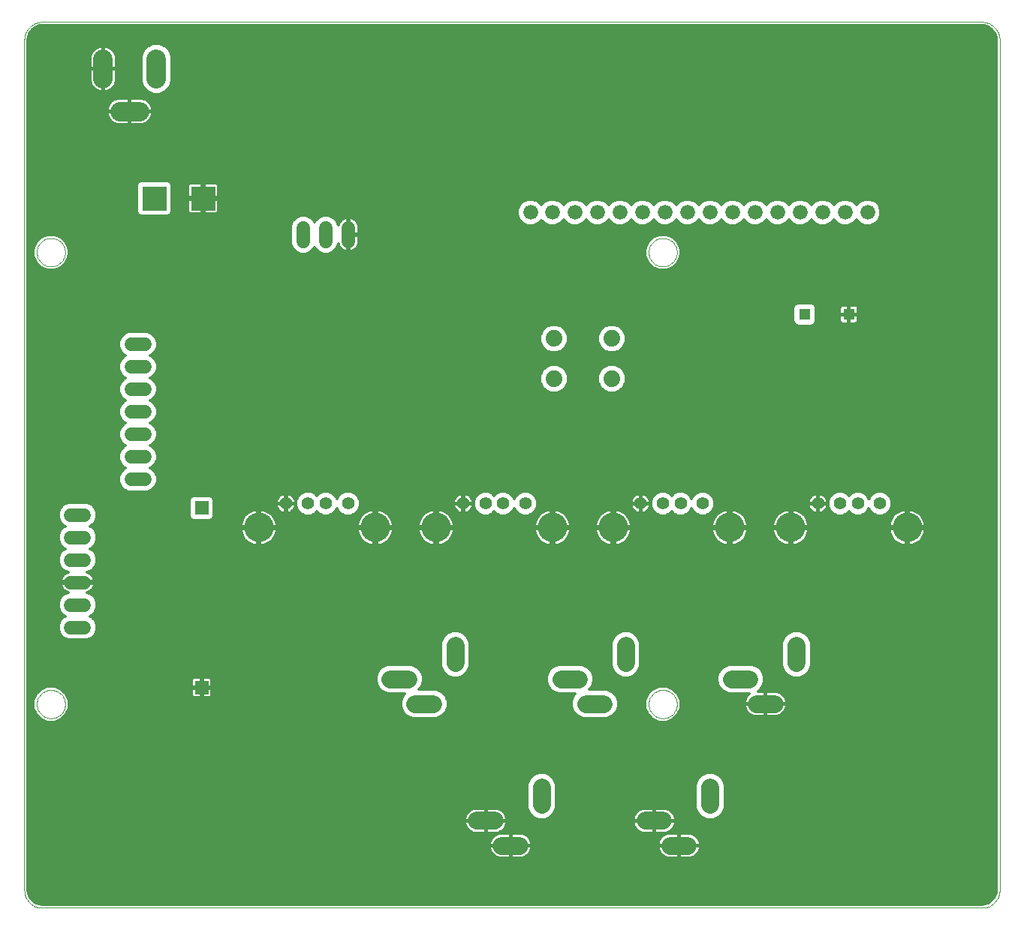
<source format=gbl>
G75*
G70*
%OFA0B0*%
%FSLAX24Y24*%
%IPPOS*%
%LPD*%
%AMOC8*
5,1,8,0,0,1.08239X$1,22.5*
%
%ADD10C,0.0000*%
%ADD11C,0.0787*%
%ADD12C,0.1306*%
%ADD13C,0.0554*%
%ADD14R,0.1063X0.1063*%
%ADD15C,0.0660*%
%ADD16R,0.0594X0.0594*%
%ADD17R,0.0515X0.0515*%
%ADD18C,0.0600*%
%ADD19C,0.0740*%
%ADD20C,0.0860*%
%ADD21C,0.0120*%
D10*
X000300Y000947D02*
X000300Y038743D01*
X000302Y038797D01*
X000307Y038850D01*
X000316Y038903D01*
X000329Y038955D01*
X000345Y039007D01*
X000365Y039057D01*
X000388Y039105D01*
X000415Y039152D01*
X000444Y039197D01*
X000477Y039240D01*
X000512Y039280D01*
X000550Y039318D01*
X000590Y039353D01*
X000633Y039386D01*
X000678Y039415D01*
X000725Y039442D01*
X000773Y039465D01*
X000823Y039485D01*
X000875Y039501D01*
X000927Y039514D01*
X000980Y039523D01*
X001033Y039528D01*
X001087Y039530D01*
X042820Y039530D01*
X042874Y039528D01*
X042927Y039523D01*
X042980Y039514D01*
X043032Y039501D01*
X043084Y039485D01*
X043134Y039465D01*
X043182Y039442D01*
X043229Y039415D01*
X043274Y039386D01*
X043317Y039353D01*
X043357Y039318D01*
X043395Y039280D01*
X043430Y039240D01*
X043463Y039197D01*
X043492Y039152D01*
X043519Y039105D01*
X043542Y039057D01*
X043562Y039007D01*
X043578Y038955D01*
X043591Y038903D01*
X043600Y038850D01*
X043605Y038797D01*
X043607Y038743D01*
X043607Y000947D01*
X043605Y000893D01*
X043600Y000840D01*
X043591Y000787D01*
X043578Y000735D01*
X043562Y000683D01*
X043542Y000633D01*
X043519Y000585D01*
X043492Y000538D01*
X043463Y000493D01*
X043430Y000450D01*
X043395Y000410D01*
X043357Y000372D01*
X043317Y000337D01*
X043274Y000304D01*
X043229Y000275D01*
X043182Y000248D01*
X043134Y000225D01*
X043084Y000205D01*
X043032Y000189D01*
X042980Y000176D01*
X042927Y000167D01*
X042874Y000162D01*
X042820Y000160D01*
X001087Y000160D01*
X001033Y000162D01*
X000980Y000167D01*
X000927Y000176D01*
X000875Y000189D01*
X000823Y000205D01*
X000773Y000225D01*
X000725Y000248D01*
X000678Y000275D01*
X000633Y000304D01*
X000590Y000337D01*
X000550Y000372D01*
X000512Y000410D01*
X000477Y000450D01*
X000444Y000493D01*
X000415Y000538D01*
X000388Y000585D01*
X000365Y000633D01*
X000345Y000683D01*
X000329Y000735D01*
X000316Y000787D01*
X000307Y000840D01*
X000302Y000893D01*
X000300Y000947D01*
X000851Y009215D02*
X000853Y009265D01*
X000859Y009315D01*
X000869Y009364D01*
X000883Y009412D01*
X000900Y009459D01*
X000921Y009504D01*
X000946Y009548D01*
X000974Y009589D01*
X001006Y009628D01*
X001040Y009665D01*
X001077Y009699D01*
X001117Y009729D01*
X001159Y009756D01*
X001203Y009780D01*
X001249Y009801D01*
X001296Y009817D01*
X001344Y009830D01*
X001394Y009839D01*
X001443Y009844D01*
X001494Y009845D01*
X001544Y009842D01*
X001593Y009835D01*
X001642Y009824D01*
X001690Y009809D01*
X001736Y009791D01*
X001781Y009769D01*
X001824Y009743D01*
X001865Y009714D01*
X001904Y009682D01*
X001940Y009647D01*
X001972Y009609D01*
X002002Y009569D01*
X002029Y009526D01*
X002052Y009482D01*
X002071Y009436D01*
X002087Y009388D01*
X002099Y009339D01*
X002107Y009290D01*
X002111Y009240D01*
X002111Y009190D01*
X002107Y009140D01*
X002099Y009091D01*
X002087Y009042D01*
X002071Y008994D01*
X002052Y008948D01*
X002029Y008904D01*
X002002Y008861D01*
X001972Y008821D01*
X001940Y008783D01*
X001904Y008748D01*
X001865Y008716D01*
X001824Y008687D01*
X001781Y008661D01*
X001736Y008639D01*
X001690Y008621D01*
X001642Y008606D01*
X001593Y008595D01*
X001544Y008588D01*
X001494Y008585D01*
X001443Y008586D01*
X001394Y008591D01*
X001344Y008600D01*
X001296Y008613D01*
X001249Y008629D01*
X001203Y008650D01*
X001159Y008674D01*
X001117Y008701D01*
X001077Y008731D01*
X001040Y008765D01*
X001006Y008802D01*
X000974Y008841D01*
X000946Y008882D01*
X000921Y008926D01*
X000900Y008971D01*
X000883Y009018D01*
X000869Y009066D01*
X000859Y009115D01*
X000853Y009165D01*
X000851Y009215D01*
X000851Y029294D02*
X000853Y029344D01*
X000859Y029394D01*
X000869Y029443D01*
X000883Y029491D01*
X000900Y029538D01*
X000921Y029583D01*
X000946Y029627D01*
X000974Y029668D01*
X001006Y029707D01*
X001040Y029744D01*
X001077Y029778D01*
X001117Y029808D01*
X001159Y029835D01*
X001203Y029859D01*
X001249Y029880D01*
X001296Y029896D01*
X001344Y029909D01*
X001394Y029918D01*
X001443Y029923D01*
X001494Y029924D01*
X001544Y029921D01*
X001593Y029914D01*
X001642Y029903D01*
X001690Y029888D01*
X001736Y029870D01*
X001781Y029848D01*
X001824Y029822D01*
X001865Y029793D01*
X001904Y029761D01*
X001940Y029726D01*
X001972Y029688D01*
X002002Y029648D01*
X002029Y029605D01*
X002052Y029561D01*
X002071Y029515D01*
X002087Y029467D01*
X002099Y029418D01*
X002107Y029369D01*
X002111Y029319D01*
X002111Y029269D01*
X002107Y029219D01*
X002099Y029170D01*
X002087Y029121D01*
X002071Y029073D01*
X002052Y029027D01*
X002029Y028983D01*
X002002Y028940D01*
X001972Y028900D01*
X001940Y028862D01*
X001904Y028827D01*
X001865Y028795D01*
X001824Y028766D01*
X001781Y028740D01*
X001736Y028718D01*
X001690Y028700D01*
X001642Y028685D01*
X001593Y028674D01*
X001544Y028667D01*
X001494Y028664D01*
X001443Y028665D01*
X001394Y028670D01*
X001344Y028679D01*
X001296Y028692D01*
X001249Y028708D01*
X001203Y028729D01*
X001159Y028753D01*
X001117Y028780D01*
X001077Y028810D01*
X001040Y028844D01*
X001006Y028881D01*
X000974Y028920D01*
X000946Y028961D01*
X000921Y029005D01*
X000900Y029050D01*
X000883Y029097D01*
X000869Y029145D01*
X000859Y029194D01*
X000853Y029244D01*
X000851Y029294D01*
X028016Y029294D02*
X028018Y029344D01*
X028024Y029394D01*
X028034Y029443D01*
X028048Y029491D01*
X028065Y029538D01*
X028086Y029583D01*
X028111Y029627D01*
X028139Y029668D01*
X028171Y029707D01*
X028205Y029744D01*
X028242Y029778D01*
X028282Y029808D01*
X028324Y029835D01*
X028368Y029859D01*
X028414Y029880D01*
X028461Y029896D01*
X028509Y029909D01*
X028559Y029918D01*
X028608Y029923D01*
X028659Y029924D01*
X028709Y029921D01*
X028758Y029914D01*
X028807Y029903D01*
X028855Y029888D01*
X028901Y029870D01*
X028946Y029848D01*
X028989Y029822D01*
X029030Y029793D01*
X029069Y029761D01*
X029105Y029726D01*
X029137Y029688D01*
X029167Y029648D01*
X029194Y029605D01*
X029217Y029561D01*
X029236Y029515D01*
X029252Y029467D01*
X029264Y029418D01*
X029272Y029369D01*
X029276Y029319D01*
X029276Y029269D01*
X029272Y029219D01*
X029264Y029170D01*
X029252Y029121D01*
X029236Y029073D01*
X029217Y029027D01*
X029194Y028983D01*
X029167Y028940D01*
X029137Y028900D01*
X029105Y028862D01*
X029069Y028827D01*
X029030Y028795D01*
X028989Y028766D01*
X028946Y028740D01*
X028901Y028718D01*
X028855Y028700D01*
X028807Y028685D01*
X028758Y028674D01*
X028709Y028667D01*
X028659Y028664D01*
X028608Y028665D01*
X028559Y028670D01*
X028509Y028679D01*
X028461Y028692D01*
X028414Y028708D01*
X028368Y028729D01*
X028324Y028753D01*
X028282Y028780D01*
X028242Y028810D01*
X028205Y028844D01*
X028171Y028881D01*
X028139Y028920D01*
X028111Y028961D01*
X028086Y029005D01*
X028065Y029050D01*
X028048Y029097D01*
X028034Y029145D01*
X028024Y029194D01*
X028018Y029244D01*
X028016Y029294D01*
X028016Y009215D02*
X028018Y009265D01*
X028024Y009315D01*
X028034Y009364D01*
X028048Y009412D01*
X028065Y009459D01*
X028086Y009504D01*
X028111Y009548D01*
X028139Y009589D01*
X028171Y009628D01*
X028205Y009665D01*
X028242Y009699D01*
X028282Y009729D01*
X028324Y009756D01*
X028368Y009780D01*
X028414Y009801D01*
X028461Y009817D01*
X028509Y009830D01*
X028559Y009839D01*
X028608Y009844D01*
X028659Y009845D01*
X028709Y009842D01*
X028758Y009835D01*
X028807Y009824D01*
X028855Y009809D01*
X028901Y009791D01*
X028946Y009769D01*
X028989Y009743D01*
X029030Y009714D01*
X029069Y009682D01*
X029105Y009647D01*
X029137Y009609D01*
X029167Y009569D01*
X029194Y009526D01*
X029217Y009482D01*
X029236Y009436D01*
X029252Y009388D01*
X029264Y009339D01*
X029272Y009290D01*
X029276Y009240D01*
X029276Y009190D01*
X029272Y009140D01*
X029264Y009091D01*
X029252Y009042D01*
X029236Y008994D01*
X029217Y008948D01*
X029194Y008904D01*
X029167Y008861D01*
X029137Y008821D01*
X029105Y008783D01*
X029069Y008748D01*
X029030Y008716D01*
X028989Y008687D01*
X028946Y008661D01*
X028901Y008639D01*
X028855Y008621D01*
X028807Y008606D01*
X028758Y008595D01*
X028709Y008588D01*
X028659Y008585D01*
X028608Y008586D01*
X028559Y008591D01*
X028509Y008600D01*
X028461Y008613D01*
X028414Y008629D01*
X028368Y008650D01*
X028324Y008674D01*
X028282Y008701D01*
X028242Y008731D01*
X028205Y008765D01*
X028171Y008802D01*
X028139Y008841D01*
X028111Y008882D01*
X028086Y008926D01*
X028065Y008971D01*
X028048Y009018D01*
X028034Y009066D01*
X028024Y009115D01*
X028018Y009165D01*
X028016Y009215D01*
D11*
X027011Y011034D02*
X027011Y011821D01*
X024924Y010325D02*
X024137Y010325D01*
X025239Y009223D02*
X026026Y009223D01*
X023270Y005522D02*
X023270Y004735D01*
X022286Y002924D02*
X021499Y002924D01*
X021184Y004026D02*
X020396Y004026D01*
X018452Y009223D02*
X017664Y009223D01*
X017349Y010325D02*
X016562Y010325D01*
X019436Y011034D02*
X019436Y011821D01*
X027877Y004026D02*
X028664Y004026D01*
X028979Y002924D02*
X029767Y002924D01*
X030751Y004735D02*
X030751Y005522D01*
X032814Y009223D02*
X033601Y009223D01*
X032499Y010325D02*
X031711Y010325D01*
X034585Y011034D02*
X034585Y011821D01*
D12*
X034328Y017059D03*
X031627Y017059D03*
X026454Y017059D03*
X023753Y017059D03*
X018580Y017059D03*
X015879Y017059D03*
X010706Y017059D03*
X039501Y017059D03*
D13*
X038292Y018126D03*
X037308Y018126D03*
X036520Y018126D03*
X035536Y018126D03*
X030418Y018126D03*
X029434Y018126D03*
X028646Y018126D03*
X027662Y018126D03*
X022544Y018126D03*
X021560Y018126D03*
X020772Y018126D03*
X019788Y018126D03*
X014670Y018126D03*
X013686Y018126D03*
X012898Y018126D03*
X011914Y018126D03*
D14*
X008237Y031691D03*
X006072Y031691D03*
D15*
X022776Y031066D03*
X023741Y031066D03*
X024741Y031066D03*
X025741Y031066D03*
X026741Y031066D03*
X027741Y031066D03*
X028741Y031066D03*
X029741Y031066D03*
X030741Y031066D03*
X031741Y031066D03*
X032741Y031066D03*
X033741Y031066D03*
X034741Y031066D03*
X035741Y031066D03*
X036741Y031066D03*
X037741Y031066D03*
D16*
X008174Y017926D03*
X008174Y009953D03*
D17*
X034946Y026538D03*
X036914Y026538D03*
D18*
X014686Y029781D02*
X014686Y030381D01*
X013686Y030381D02*
X013686Y029781D01*
X012686Y029781D02*
X012686Y030381D01*
X005643Y025207D02*
X005043Y025207D01*
X005043Y024207D02*
X005643Y024207D01*
X005643Y023207D02*
X005043Y023207D01*
X005043Y022207D02*
X005643Y022207D01*
X005643Y021207D02*
X005043Y021207D01*
X005043Y020207D02*
X005643Y020207D01*
X005643Y019207D02*
X005043Y019207D01*
X002962Y017621D02*
X002362Y017621D01*
X002362Y016621D02*
X002962Y016621D01*
X002962Y015621D02*
X002362Y015621D01*
X002362Y014621D02*
X002962Y014621D01*
X002962Y013621D02*
X002362Y013621D01*
X002362Y012621D02*
X002962Y012621D01*
D19*
X023823Y023679D03*
X023823Y025459D03*
X026383Y025459D03*
X026383Y023679D03*
D20*
X006162Y037015D02*
X006162Y037875D01*
X005411Y035556D02*
X004551Y035556D01*
X003800Y037015D02*
X003800Y037875D01*
D21*
X000644Y000504D02*
X000803Y000388D01*
X000989Y000328D01*
X001087Y000320D01*
X042820Y000320D01*
X042918Y000328D01*
X043105Y000388D01*
X043263Y000504D01*
X043379Y000663D01*
X043439Y000849D01*
X043447Y000947D01*
X043447Y038743D01*
X043439Y038841D01*
X043379Y039028D01*
X043263Y039186D01*
X043105Y039302D01*
X042918Y039362D01*
X042820Y039370D01*
X001087Y039370D01*
X000989Y039362D01*
X000803Y039302D01*
X000644Y039186D01*
X000528Y039028D01*
X000468Y038841D01*
X000460Y038743D01*
X000460Y000947D01*
X000468Y000849D01*
X000528Y000663D01*
X000644Y000504D01*
X000597Y000569D02*
X043310Y000569D01*
X043387Y000687D02*
X000520Y000687D01*
X000482Y000806D02*
X043425Y000806D01*
X043445Y000924D02*
X000462Y000924D01*
X000460Y001043D02*
X043447Y001043D01*
X043447Y001161D02*
X000460Y001161D01*
X000460Y001280D02*
X043447Y001280D01*
X043447Y001398D02*
X000460Y001398D01*
X000460Y001517D02*
X043447Y001517D01*
X043447Y001635D02*
X000460Y001635D01*
X000460Y001754D02*
X043447Y001754D01*
X043447Y001872D02*
X000460Y001872D01*
X000460Y001991D02*
X043447Y001991D01*
X043447Y002109D02*
X000460Y002109D01*
X000460Y002228D02*
X043447Y002228D01*
X043447Y002346D02*
X000460Y002346D01*
X000460Y002465D02*
X021189Y002465D01*
X021209Y002450D02*
X021286Y002411D01*
X021369Y002384D01*
X021455Y002370D01*
X021873Y002370D01*
X021873Y002904D01*
X021913Y002904D01*
X021913Y002944D01*
X022840Y002944D01*
X022840Y002967D01*
X022826Y003053D01*
X022799Y003136D01*
X022760Y003214D01*
X022709Y003284D01*
X022647Y003346D01*
X022576Y003397D01*
X022499Y003437D01*
X022416Y003464D01*
X022330Y003477D01*
X021913Y003477D01*
X021913Y002944D01*
X021873Y002944D01*
X021873Y003477D01*
X021455Y003477D01*
X021369Y003464D01*
X021286Y003437D01*
X021209Y003397D01*
X021138Y003346D01*
X021076Y003284D01*
X021025Y003214D01*
X020986Y003136D01*
X020959Y003053D01*
X020945Y002967D01*
X020945Y002944D01*
X021873Y002944D01*
X021873Y002904D01*
X020945Y002904D01*
X020945Y002880D01*
X020959Y002794D01*
X020986Y002711D01*
X021025Y002634D01*
X021076Y002563D01*
X021138Y002501D01*
X021209Y002450D01*
X021062Y002583D02*
X000460Y002583D01*
X000460Y002702D02*
X020991Y002702D01*
X020955Y002820D02*
X000460Y002820D01*
X000460Y002939D02*
X021873Y002939D01*
X021913Y002939D02*
X029353Y002939D01*
X029353Y002944D02*
X029353Y002904D01*
X028425Y002904D01*
X028425Y002880D01*
X028439Y002794D01*
X028466Y002711D01*
X028506Y002634D01*
X028557Y002563D01*
X028618Y002501D01*
X028689Y002450D01*
X028767Y002411D01*
X028849Y002384D01*
X028936Y002370D01*
X029353Y002370D01*
X029353Y002904D01*
X029393Y002904D01*
X029393Y002944D01*
X029353Y002944D01*
X029353Y003477D01*
X028936Y003477D01*
X028849Y003464D01*
X028767Y003437D01*
X028689Y003397D01*
X028618Y003346D01*
X028557Y003284D01*
X028506Y003214D01*
X028466Y003136D01*
X028439Y003053D01*
X028425Y002967D01*
X028425Y002944D01*
X029353Y002944D01*
X029393Y002944D02*
X029393Y003477D01*
X029810Y003477D01*
X029896Y003464D01*
X029979Y003437D01*
X030057Y003397D01*
X030127Y003346D01*
X030189Y003284D01*
X030240Y003214D01*
X030280Y003136D01*
X030307Y003053D01*
X030320Y002967D01*
X030320Y002944D01*
X029393Y002944D01*
X029393Y002939D02*
X043447Y002939D01*
X043447Y003057D02*
X030305Y003057D01*
X030260Y003176D02*
X043447Y003176D01*
X043447Y003294D02*
X030179Y003294D01*
X030027Y003413D02*
X043447Y003413D01*
X043447Y003531D02*
X028912Y003531D01*
X028877Y003513D02*
X028954Y003553D01*
X029025Y003604D01*
X029087Y003665D01*
X029138Y003736D01*
X029177Y003814D01*
X029204Y003896D01*
X029218Y003983D01*
X029218Y004006D01*
X028290Y004006D01*
X028290Y003472D01*
X028708Y003472D01*
X028794Y003486D01*
X028877Y003513D01*
X028719Y003413D02*
X022547Y003413D01*
X022699Y003294D02*
X028566Y003294D01*
X028486Y003176D02*
X022779Y003176D01*
X022825Y003057D02*
X028440Y003057D01*
X028435Y002820D02*
X022830Y002820D01*
X022826Y002794D02*
X022840Y002880D01*
X022840Y002904D01*
X021913Y002904D01*
X021913Y002370D01*
X022330Y002370D01*
X022416Y002384D01*
X022499Y002411D01*
X022576Y002450D01*
X022647Y002501D01*
X022709Y002563D01*
X022760Y002634D01*
X022799Y002711D01*
X022826Y002794D01*
X022794Y002702D02*
X028471Y002702D01*
X028542Y002583D02*
X022723Y002583D01*
X022596Y002465D02*
X028669Y002465D01*
X029353Y002465D02*
X029393Y002465D01*
X029393Y002370D02*
X029810Y002370D01*
X029896Y002384D01*
X029979Y002411D01*
X030057Y002450D01*
X030127Y002501D01*
X030189Y002563D01*
X030240Y002634D01*
X030280Y002711D01*
X030307Y002794D01*
X030320Y002880D01*
X030320Y002904D01*
X029393Y002904D01*
X029393Y002370D01*
X029393Y002583D02*
X029353Y002583D01*
X029353Y002702D02*
X029393Y002702D01*
X029393Y002820D02*
X029353Y002820D01*
X029353Y003057D02*
X029393Y003057D01*
X029393Y003176D02*
X029353Y003176D01*
X029353Y003294D02*
X029393Y003294D01*
X029393Y003413D02*
X029353Y003413D01*
X029071Y003650D02*
X043447Y003650D01*
X043447Y003768D02*
X029154Y003768D01*
X029201Y003887D02*
X043447Y003887D01*
X043447Y004005D02*
X029218Y004005D01*
X029218Y004046D02*
X029218Y004070D01*
X029204Y004156D01*
X029177Y004239D01*
X029138Y004316D01*
X029087Y004387D01*
X029025Y004448D01*
X028954Y004500D01*
X028877Y004539D01*
X028794Y004566D01*
X028708Y004580D01*
X028290Y004580D01*
X028290Y004046D01*
X028250Y004046D01*
X028250Y004006D01*
X027323Y004006D01*
X027323Y003983D01*
X027337Y003896D01*
X027364Y003814D01*
X027403Y003736D01*
X027454Y003665D01*
X027516Y003604D01*
X027587Y003553D01*
X027664Y003513D01*
X027747Y003486D01*
X027833Y003472D01*
X028250Y003472D01*
X028250Y004006D01*
X028290Y004006D01*
X028290Y004046D01*
X029218Y004046D01*
X029209Y004124D02*
X030518Y004124D01*
X030621Y004081D02*
X030881Y004081D01*
X031121Y004181D01*
X031305Y004365D01*
X031404Y004605D01*
X031404Y005652D01*
X031305Y005892D01*
X031121Y006076D01*
X030881Y006176D01*
X030621Y006176D01*
X030380Y006076D01*
X030197Y005892D01*
X030097Y005652D01*
X030097Y004605D01*
X030197Y004365D01*
X030380Y004181D01*
X030621Y004081D01*
X030319Y004242D02*
X029176Y004242D01*
X029106Y004361D02*
X030201Y004361D01*
X030149Y004479D02*
X028983Y004479D01*
X028290Y004479D02*
X028250Y004479D01*
X028250Y004580D02*
X027833Y004580D01*
X027747Y004566D01*
X027664Y004539D01*
X027587Y004500D01*
X027516Y004448D01*
X027454Y004387D01*
X027403Y004316D01*
X027364Y004239D01*
X027337Y004156D01*
X027323Y004070D01*
X027323Y004046D01*
X028250Y004046D01*
X028250Y004580D01*
X028250Y004361D02*
X028290Y004361D01*
X028290Y004242D02*
X028250Y004242D01*
X028250Y004124D02*
X028290Y004124D01*
X028290Y004005D02*
X028250Y004005D01*
X028250Y003887D02*
X028290Y003887D01*
X028290Y003768D02*
X028250Y003768D01*
X028250Y003650D02*
X028290Y003650D01*
X028290Y003531D02*
X028250Y003531D01*
X027629Y003531D02*
X021432Y003531D01*
X021396Y003513D02*
X021474Y003553D01*
X021545Y003604D01*
X021606Y003665D01*
X021657Y003736D01*
X021697Y003814D01*
X021724Y003896D01*
X021738Y003983D01*
X021738Y004006D01*
X020810Y004006D01*
X020810Y003472D01*
X021227Y003472D01*
X021314Y003486D01*
X021396Y003513D01*
X021238Y003413D02*
X000460Y003413D01*
X000460Y003531D02*
X020149Y003531D01*
X020184Y003513D02*
X020267Y003486D01*
X020353Y003472D01*
X020770Y003472D01*
X020770Y004006D01*
X020810Y004006D01*
X020810Y004046D01*
X020770Y004046D01*
X020770Y004006D01*
X019843Y004006D01*
X019843Y003983D01*
X019856Y003896D01*
X019883Y003814D01*
X019923Y003736D01*
X019974Y003665D01*
X020036Y003604D01*
X020106Y003553D01*
X020184Y003513D01*
X019990Y003650D02*
X000460Y003650D01*
X000460Y003768D02*
X019907Y003768D01*
X019860Y003887D02*
X000460Y003887D01*
X000460Y004005D02*
X019843Y004005D01*
X019843Y004046D02*
X020770Y004046D01*
X020770Y004580D01*
X020353Y004580D01*
X020267Y004566D01*
X020184Y004539D01*
X020106Y004500D01*
X020036Y004448D01*
X019974Y004387D01*
X019923Y004316D01*
X019883Y004239D01*
X019856Y004156D01*
X019843Y004070D01*
X019843Y004046D01*
X019851Y004124D02*
X000460Y004124D01*
X000460Y004242D02*
X019885Y004242D01*
X019955Y004361D02*
X000460Y004361D01*
X000460Y004479D02*
X020078Y004479D01*
X020770Y004479D02*
X020810Y004479D01*
X020810Y004580D02*
X020810Y004046D01*
X021738Y004046D01*
X021738Y004070D01*
X021724Y004156D01*
X021697Y004239D01*
X021657Y004316D01*
X021606Y004387D01*
X021545Y004448D01*
X021474Y004500D01*
X021396Y004539D01*
X021314Y004566D01*
X021227Y004580D01*
X020810Y004580D01*
X020810Y004361D02*
X020770Y004361D01*
X020770Y004242D02*
X020810Y004242D01*
X020810Y004124D02*
X020770Y004124D01*
X020770Y004005D02*
X020810Y004005D01*
X020810Y003887D02*
X020770Y003887D01*
X020770Y003768D02*
X020810Y003768D01*
X020810Y003650D02*
X020770Y003650D01*
X020770Y003531D02*
X020810Y003531D01*
X021086Y003294D02*
X000460Y003294D01*
X000460Y003176D02*
X021006Y003176D01*
X020960Y003057D02*
X000460Y003057D01*
X000460Y004598D02*
X022620Y004598D01*
X022617Y004605D02*
X022716Y004365D01*
X022900Y004181D01*
X023140Y004081D01*
X023401Y004081D01*
X023641Y004181D01*
X023825Y004365D01*
X023924Y004605D01*
X023924Y005652D01*
X023825Y005892D01*
X023641Y006076D01*
X023401Y006176D01*
X023140Y006176D01*
X022900Y006076D01*
X022716Y005892D01*
X022617Y005652D01*
X022617Y004605D01*
X022617Y004716D02*
X000460Y004716D01*
X000460Y004835D02*
X022617Y004835D01*
X022617Y004953D02*
X000460Y004953D01*
X000460Y005072D02*
X022617Y005072D01*
X022617Y005190D02*
X000460Y005190D01*
X000460Y005309D02*
X022617Y005309D01*
X022617Y005427D02*
X000460Y005427D01*
X000460Y005546D02*
X022617Y005546D01*
X022622Y005664D02*
X000460Y005664D01*
X000460Y005783D02*
X022671Y005783D01*
X022725Y005901D02*
X000460Y005901D01*
X000460Y006020D02*
X022843Y006020D01*
X023049Y006138D02*
X000460Y006138D01*
X000460Y006257D02*
X043447Y006257D01*
X043447Y006375D02*
X000460Y006375D01*
X000460Y006494D02*
X043447Y006494D01*
X043447Y006612D02*
X000460Y006612D01*
X000460Y006731D02*
X043447Y006731D01*
X043447Y006849D02*
X000460Y006849D01*
X000460Y006968D02*
X043447Y006968D01*
X043447Y007086D02*
X000460Y007086D01*
X000460Y007205D02*
X043447Y007205D01*
X043447Y007323D02*
X000460Y007323D01*
X000460Y007442D02*
X043447Y007442D01*
X043447Y007560D02*
X000460Y007560D01*
X000460Y007679D02*
X043447Y007679D01*
X043447Y007797D02*
X000460Y007797D01*
X000460Y007916D02*
X043447Y007916D01*
X043447Y008034D02*
X000460Y008034D01*
X000460Y008153D02*
X043447Y008153D01*
X043447Y008271D02*
X000460Y008271D01*
X000460Y008390D02*
X043447Y008390D01*
X043447Y008508D02*
X029004Y008508D01*
X029094Y008545D02*
X029316Y008768D01*
X029436Y009058D01*
X029436Y009372D01*
X029316Y009663D01*
X029094Y009885D01*
X028804Y010005D01*
X028489Y010005D01*
X028199Y009885D01*
X027977Y009663D01*
X027857Y009372D01*
X027857Y009058D01*
X027977Y008768D01*
X028199Y008545D01*
X028489Y008425D01*
X028804Y008425D01*
X029094Y008545D01*
X029175Y008627D02*
X043447Y008627D01*
X043447Y008745D02*
X033883Y008745D01*
X033891Y008749D02*
X033962Y008801D01*
X034024Y008862D01*
X034075Y008933D01*
X034114Y009010D01*
X034141Y009093D01*
X034155Y009179D01*
X034155Y009203D01*
X033227Y009203D01*
X033227Y008669D01*
X033645Y008669D01*
X033731Y008683D01*
X033814Y008710D01*
X033891Y008749D01*
X034024Y008864D02*
X043447Y008864D01*
X043447Y008982D02*
X034100Y008982D01*
X034142Y009101D02*
X043447Y009101D01*
X043447Y009219D02*
X033227Y009219D01*
X033227Y009203D02*
X033227Y009243D01*
X033187Y009243D01*
X033187Y009203D01*
X032260Y009203D01*
X032260Y009179D01*
X032274Y009093D01*
X032301Y009010D01*
X032340Y008933D01*
X032391Y008862D01*
X032453Y008801D01*
X032524Y008749D01*
X032601Y008710D01*
X032684Y008683D01*
X032770Y008669D01*
X033187Y008669D01*
X033187Y009203D01*
X033227Y009203D01*
X033227Y009243D02*
X034155Y009243D01*
X034155Y009267D01*
X034141Y009353D01*
X034114Y009436D01*
X034075Y009513D01*
X034024Y009584D01*
X033962Y009645D01*
X033891Y009697D01*
X033814Y009736D01*
X033731Y009763D01*
X033645Y009777D01*
X033227Y009777D01*
X033227Y009243D01*
X033187Y009243D02*
X033187Y009777D01*
X032875Y009777D01*
X033053Y009955D01*
X033153Y010195D01*
X033153Y010455D01*
X033053Y010696D01*
X032869Y010880D01*
X032629Y010979D01*
X031581Y010979D01*
X031341Y010880D01*
X031157Y010696D01*
X031058Y010455D01*
X031058Y010195D01*
X031157Y009955D01*
X031341Y009771D01*
X031581Y009672D01*
X032489Y009672D01*
X032453Y009645D01*
X032391Y009584D01*
X032340Y009513D01*
X032301Y009436D01*
X032274Y009353D01*
X032260Y009267D01*
X032260Y009243D01*
X033187Y009243D01*
X033187Y009219D02*
X029436Y009219D01*
X029436Y009101D02*
X032273Y009101D01*
X032315Y008982D02*
X029405Y008982D01*
X029356Y008864D02*
X032391Y008864D01*
X032532Y008745D02*
X029293Y008745D01*
X029436Y009338D02*
X032271Y009338D01*
X032311Y009456D02*
X029402Y009456D01*
X029353Y009575D02*
X032385Y009575D01*
X031530Y009693D02*
X029286Y009693D01*
X029167Y009812D02*
X031301Y009812D01*
X031182Y009930D02*
X028985Y009930D01*
X028308Y009930D02*
X025453Y009930D01*
X025478Y009955D02*
X025578Y010195D01*
X025578Y010455D01*
X025478Y010696D01*
X025294Y010880D01*
X025054Y010979D01*
X024007Y010979D01*
X023766Y010880D01*
X023582Y010696D01*
X023483Y010455D01*
X023483Y010195D01*
X023582Y009955D01*
X023766Y009771D01*
X024007Y009672D01*
X024763Y009672D01*
X024685Y009593D01*
X024585Y009353D01*
X024585Y009093D01*
X024685Y008853D01*
X024869Y008669D01*
X025109Y008569D01*
X026156Y008569D01*
X026397Y008669D01*
X026581Y008853D01*
X026680Y009093D01*
X026680Y009353D01*
X026581Y009593D01*
X026397Y009777D01*
X026156Y009877D01*
X025400Y009877D01*
X025478Y009955D01*
X025517Y010049D02*
X031119Y010049D01*
X031069Y010167D02*
X025566Y010167D01*
X025578Y010286D02*
X031058Y010286D01*
X031058Y010404D02*
X027198Y010404D01*
X027141Y010380D02*
X027381Y010480D01*
X027565Y010664D01*
X027664Y010904D01*
X027664Y011951D01*
X027565Y012192D01*
X027381Y012376D01*
X027141Y012475D01*
X026881Y012475D01*
X026640Y012376D01*
X026456Y012192D01*
X026357Y011951D01*
X026357Y010904D01*
X026456Y010664D01*
X026640Y010480D01*
X026881Y010380D01*
X027141Y010380D01*
X027424Y010523D02*
X031086Y010523D01*
X031135Y010641D02*
X027542Y010641D01*
X027604Y010760D02*
X031221Y010760D01*
X031340Y010878D02*
X027654Y010878D01*
X027664Y010997D02*
X033932Y010997D01*
X033932Y010904D02*
X034031Y010664D01*
X034215Y010480D01*
X034455Y010380D01*
X034715Y010380D01*
X034956Y010480D01*
X035140Y010664D01*
X035239Y010904D01*
X035239Y011951D01*
X035140Y012192D01*
X034956Y012376D01*
X034715Y012475D01*
X034455Y012475D01*
X034215Y012376D01*
X034031Y012192D01*
X033932Y011951D01*
X033932Y010904D01*
X033942Y010878D02*
X032871Y010878D01*
X032989Y010760D02*
X033992Y010760D01*
X034054Y010641D02*
X033076Y010641D01*
X033125Y010523D02*
X034172Y010523D01*
X034398Y010404D02*
X033153Y010404D01*
X033153Y010286D02*
X043447Y010286D01*
X043447Y010404D02*
X034773Y010404D01*
X034998Y010523D02*
X043447Y010523D01*
X043447Y010641D02*
X035117Y010641D01*
X035179Y010760D02*
X043447Y010760D01*
X043447Y010878D02*
X035228Y010878D01*
X035239Y010997D02*
X043447Y010997D01*
X043447Y011115D02*
X035239Y011115D01*
X035239Y011234D02*
X043447Y011234D01*
X043447Y011352D02*
X035239Y011352D01*
X035239Y011471D02*
X043447Y011471D01*
X043447Y011589D02*
X035239Y011589D01*
X035239Y011708D02*
X043447Y011708D01*
X043447Y011826D02*
X035239Y011826D01*
X035239Y011945D02*
X043447Y011945D01*
X043447Y012063D02*
X035193Y012063D01*
X035144Y012182D02*
X043447Y012182D01*
X043447Y012300D02*
X035031Y012300D01*
X034852Y012419D02*
X043447Y012419D01*
X043447Y012537D02*
X003522Y012537D01*
X003522Y012509D02*
X003522Y012732D01*
X003437Y012938D01*
X003279Y013095D01*
X003218Y013121D01*
X003279Y013146D01*
X003437Y013303D01*
X003522Y013509D01*
X003522Y013732D01*
X003437Y013938D01*
X003279Y014095D01*
X003084Y014176D01*
X003139Y014194D01*
X003203Y014227D01*
X003262Y014270D01*
X003313Y014321D01*
X003356Y014380D01*
X003389Y014444D01*
X003411Y014513D01*
X003422Y014581D01*
X002702Y014581D01*
X002702Y014661D01*
X003422Y014661D01*
X003411Y014728D01*
X003389Y014797D01*
X003356Y014862D01*
X003313Y014920D01*
X003262Y014971D01*
X003203Y015014D01*
X003139Y015047D01*
X003084Y015065D01*
X003279Y015146D01*
X003437Y015303D01*
X003522Y015509D01*
X003522Y015732D01*
X003437Y015938D01*
X003279Y016095D01*
X003218Y016121D01*
X003279Y016146D01*
X003437Y016303D01*
X003522Y016509D01*
X003522Y016732D01*
X003437Y016938D01*
X003279Y017095D01*
X003218Y017121D01*
X003279Y017146D01*
X003437Y017303D01*
X003522Y017509D01*
X003522Y017732D01*
X003437Y017938D01*
X003279Y018095D01*
X003074Y018181D01*
X002251Y018181D01*
X002045Y018095D01*
X001887Y017938D01*
X001802Y017732D01*
X001802Y017509D01*
X001887Y017303D01*
X002045Y017146D01*
X002106Y017121D01*
X002045Y017095D01*
X001887Y016938D01*
X001802Y016732D01*
X001802Y016509D01*
X001887Y016303D01*
X002045Y016146D01*
X002106Y016121D01*
X002045Y016095D01*
X001887Y015938D01*
X001802Y015732D01*
X001802Y015509D01*
X001887Y015303D01*
X002045Y015146D01*
X002241Y015065D01*
X002186Y015047D01*
X002121Y015014D01*
X002063Y014971D01*
X002011Y014920D01*
X001969Y014862D01*
X001936Y014797D01*
X001914Y014728D01*
X001903Y014661D01*
X002622Y014661D01*
X002622Y014581D01*
X001903Y014581D01*
X001914Y014513D01*
X001936Y014444D01*
X001969Y014380D01*
X002011Y014321D01*
X002063Y014270D01*
X002121Y014227D01*
X002186Y014194D01*
X002241Y014176D01*
X002045Y014095D01*
X001887Y013938D01*
X001802Y013732D01*
X001802Y013509D01*
X001887Y013303D01*
X002045Y013146D01*
X002106Y013121D01*
X002045Y013095D01*
X001887Y012938D01*
X001802Y012732D01*
X001802Y012509D01*
X001887Y012303D01*
X002045Y012146D01*
X002251Y012061D01*
X003074Y012061D01*
X003279Y012146D01*
X003437Y012303D01*
X003522Y012509D01*
X003485Y012419D02*
X019169Y012419D01*
X019066Y012376D02*
X018882Y012192D01*
X018782Y011951D01*
X018782Y010904D01*
X018882Y010664D01*
X019066Y010480D01*
X019306Y010380D01*
X019566Y010380D01*
X019806Y010480D01*
X019990Y010664D01*
X020090Y010904D01*
X020090Y011951D01*
X019990Y012192D01*
X019806Y012376D01*
X019566Y012475D01*
X019306Y012475D01*
X019066Y012376D01*
X018990Y012300D02*
X003434Y012300D01*
X003315Y012182D02*
X018877Y012182D01*
X018828Y012063D02*
X003079Y012063D01*
X003522Y012656D02*
X043447Y012656D01*
X043447Y012774D02*
X003505Y012774D01*
X003456Y012893D02*
X043447Y012893D01*
X043447Y013011D02*
X003364Y013011D01*
X003240Y013130D02*
X043447Y013130D01*
X043447Y013248D02*
X003382Y013248D01*
X003463Y013367D02*
X043447Y013367D01*
X043447Y013485D02*
X003512Y013485D01*
X003522Y013604D02*
X043447Y013604D01*
X043447Y013722D02*
X003522Y013722D01*
X003477Y013841D02*
X043447Y013841D01*
X043447Y013959D02*
X003416Y013959D01*
X003297Y014078D02*
X043447Y014078D01*
X043447Y014196D02*
X003142Y014196D01*
X003307Y014315D02*
X043447Y014315D01*
X043447Y014433D02*
X003383Y014433D01*
X003417Y014552D02*
X043447Y014552D01*
X043447Y014670D02*
X003420Y014670D01*
X003391Y014789D02*
X043447Y014789D01*
X043447Y014907D02*
X003323Y014907D01*
X003181Y015026D02*
X043447Y015026D01*
X043447Y015144D02*
X003275Y015144D01*
X003396Y015263D02*
X043447Y015263D01*
X043447Y015381D02*
X003469Y015381D01*
X003518Y015500D02*
X043447Y015500D01*
X043447Y015618D02*
X003522Y015618D01*
X003520Y015737D02*
X043447Y015737D01*
X043447Y015855D02*
X003471Y015855D01*
X003401Y015974D02*
X043447Y015974D01*
X043447Y016092D02*
X003283Y016092D01*
X003344Y016211D02*
X043447Y016211D01*
X043447Y016329D02*
X039862Y016329D01*
X039861Y016329D02*
X039953Y016382D01*
X040038Y016447D01*
X040113Y016522D01*
X040178Y016607D01*
X040231Y016699D01*
X040272Y016797D01*
X040300Y016900D01*
X040313Y016999D01*
X039561Y016999D01*
X039561Y017119D01*
X040313Y017119D01*
X040300Y017218D01*
X040272Y017321D01*
X040231Y017419D01*
X040178Y017512D01*
X040113Y017596D01*
X040038Y017672D01*
X039953Y017736D01*
X039861Y017790D01*
X039763Y017830D01*
X039660Y017858D01*
X039561Y017871D01*
X039561Y017119D01*
X039441Y017119D01*
X039441Y016999D01*
X039561Y016999D01*
X039561Y016247D01*
X039660Y016260D01*
X039763Y016288D01*
X039861Y016329D01*
X040039Y016448D02*
X043447Y016448D01*
X043447Y016566D02*
X040147Y016566D01*
X040223Y016685D02*
X043447Y016685D01*
X043447Y016803D02*
X040274Y016803D01*
X040302Y016922D02*
X043447Y016922D01*
X043447Y017040D02*
X039561Y017040D01*
X039561Y016922D02*
X039441Y016922D01*
X039441Y016999D02*
X039441Y016247D01*
X039342Y016260D01*
X039239Y016288D01*
X039141Y016329D01*
X039048Y016382D01*
X038964Y016447D01*
X038888Y016522D01*
X038824Y016607D01*
X038770Y016699D01*
X038730Y016797D01*
X038702Y016900D01*
X038689Y016999D01*
X039441Y016999D01*
X039441Y017040D02*
X034388Y017040D01*
X034388Y016999D02*
X034388Y017119D01*
X035139Y017119D01*
X035126Y017218D01*
X035099Y017321D01*
X035058Y017419D01*
X035005Y017512D01*
X034940Y017596D01*
X034865Y017672D01*
X034780Y017736D01*
X034688Y017790D01*
X034589Y017830D01*
X034486Y017858D01*
X034388Y017871D01*
X034388Y017119D01*
X034268Y017119D01*
X034268Y017871D01*
X034169Y017858D01*
X034066Y017830D01*
X033967Y017790D01*
X033875Y017736D01*
X033791Y017672D01*
X033715Y017596D01*
X033650Y017512D01*
X033597Y017419D01*
X033556Y017321D01*
X033529Y017218D01*
X033516Y017119D01*
X034268Y017119D01*
X034268Y016999D01*
X034388Y016999D01*
X035139Y016999D01*
X035126Y016900D01*
X035099Y016797D01*
X035058Y016699D01*
X035005Y016607D01*
X034940Y016522D01*
X034865Y016447D01*
X034780Y016382D01*
X034688Y016329D01*
X034589Y016288D01*
X034486Y016260D01*
X034388Y016247D01*
X034388Y016999D01*
X034388Y016922D02*
X034268Y016922D01*
X034268Y016999D02*
X034268Y016247D01*
X034169Y016260D01*
X034066Y016288D01*
X033967Y016329D01*
X031988Y016329D01*
X031987Y016329D02*
X032079Y016382D01*
X032164Y016447D01*
X032239Y016522D01*
X032304Y016607D01*
X032357Y016699D01*
X032398Y016797D01*
X032426Y016900D01*
X032439Y016999D01*
X031687Y016999D01*
X031687Y017119D01*
X032439Y017119D01*
X032426Y017218D01*
X032398Y017321D01*
X032357Y017419D01*
X032304Y017512D01*
X032239Y017596D01*
X032164Y017672D01*
X032079Y017736D01*
X031987Y017790D01*
X031889Y017830D01*
X031786Y017858D01*
X031687Y017871D01*
X031687Y017119D01*
X031567Y017119D01*
X031567Y016999D01*
X031687Y016999D01*
X031687Y016247D01*
X031786Y016260D01*
X031889Y016288D01*
X031987Y016329D01*
X032165Y016448D02*
X033790Y016448D01*
X033791Y016447D02*
X033875Y016382D01*
X033967Y016329D01*
X033791Y016447D02*
X033715Y016522D01*
X033650Y016607D01*
X033597Y016699D01*
X033556Y016797D01*
X033529Y016900D01*
X033516Y016999D01*
X034268Y016999D01*
X034268Y017040D02*
X031687Y017040D01*
X031687Y016922D02*
X031567Y016922D01*
X031567Y016999D02*
X031567Y016247D01*
X031468Y016260D01*
X031365Y016288D01*
X031267Y016329D01*
X031174Y016382D01*
X031090Y016447D01*
X031014Y016522D01*
X030950Y016607D01*
X030896Y016699D01*
X030855Y016797D01*
X030828Y016900D01*
X030815Y016999D01*
X031567Y016999D01*
X031567Y017040D02*
X026514Y017040D01*
X026514Y016999D02*
X026514Y017119D01*
X027265Y017119D01*
X027252Y017218D01*
X027225Y017321D01*
X027184Y017419D01*
X027131Y017512D01*
X027066Y017596D01*
X026991Y017672D01*
X026906Y017736D01*
X026814Y017790D01*
X026715Y017830D01*
X026612Y017858D01*
X026514Y017871D01*
X026514Y017119D01*
X026394Y017119D01*
X026394Y017871D01*
X026295Y017858D01*
X026192Y017830D01*
X026093Y017790D01*
X026001Y017736D01*
X025917Y017672D01*
X025841Y017596D01*
X025776Y017512D01*
X025723Y017419D01*
X025682Y017321D01*
X025655Y017218D01*
X025642Y017119D01*
X026394Y017119D01*
X026394Y016999D01*
X026514Y016999D01*
X027265Y016999D01*
X027252Y016900D01*
X027225Y016797D01*
X027184Y016699D01*
X027131Y016607D01*
X027066Y016522D01*
X026991Y016447D01*
X026906Y016382D01*
X026814Y016329D01*
X031266Y016329D01*
X031089Y016448D02*
X026991Y016448D01*
X027100Y016566D02*
X030981Y016566D01*
X030905Y016685D02*
X027176Y016685D01*
X027226Y016803D02*
X030854Y016803D01*
X030825Y016922D02*
X027255Y016922D01*
X027260Y017159D02*
X030820Y017159D01*
X030815Y017119D02*
X031567Y017119D01*
X031567Y017871D01*
X031468Y017858D01*
X031365Y017830D01*
X031267Y017790D01*
X031174Y017736D01*
X031090Y017672D01*
X031014Y017596D01*
X030950Y017512D01*
X030896Y017419D01*
X030855Y017321D01*
X030828Y017218D01*
X030815Y017119D01*
X030844Y017277D02*
X027237Y017277D01*
X027194Y017396D02*
X030886Y017396D01*
X030951Y017514D02*
X027129Y017514D01*
X027030Y017633D02*
X028434Y017633D01*
X028342Y017671D02*
X028540Y017589D01*
X028753Y017589D01*
X028951Y017671D01*
X029040Y017760D01*
X029130Y017671D01*
X029327Y017589D01*
X029541Y017589D01*
X029738Y017671D01*
X029889Y017822D01*
X029926Y017911D01*
X029963Y017822D01*
X030114Y017671D01*
X030311Y017589D01*
X030525Y017589D01*
X030722Y017671D01*
X030873Y017822D01*
X030955Y018019D01*
X030955Y018233D01*
X030873Y018430D01*
X030722Y018582D01*
X030525Y018663D01*
X030311Y018663D01*
X030114Y018582D01*
X029963Y018430D01*
X029926Y018342D01*
X029889Y018430D01*
X029738Y018582D01*
X029541Y018663D01*
X029327Y018663D01*
X029130Y018582D01*
X029040Y018492D01*
X028951Y018582D01*
X028753Y018663D01*
X028540Y018663D01*
X028342Y018582D01*
X028191Y018430D01*
X028109Y018233D01*
X028109Y018019D01*
X028191Y017822D01*
X028342Y017671D01*
X028262Y017751D02*
X027889Y017751D01*
X027891Y017752D02*
X027830Y017721D01*
X027765Y017700D01*
X027697Y017689D01*
X027691Y017689D01*
X027691Y018098D01*
X027691Y018155D01*
X027634Y018155D01*
X027634Y018563D01*
X027628Y018563D01*
X027560Y018553D01*
X027494Y018531D01*
X027433Y018500D01*
X027377Y018460D01*
X027329Y018411D01*
X027288Y018355D01*
X027257Y018294D01*
X027236Y018229D01*
X027225Y018161D01*
X027225Y018155D01*
X027634Y018155D01*
X027634Y018098D01*
X027225Y018098D01*
X027225Y018092D01*
X027236Y018024D01*
X027257Y017958D01*
X027288Y017897D01*
X027329Y017841D01*
X027377Y017793D01*
X027433Y017752D01*
X027494Y017721D01*
X027560Y017700D01*
X027628Y017689D01*
X027634Y017689D01*
X027634Y018098D01*
X027691Y018098D01*
X028099Y018098D01*
X028099Y018092D01*
X028089Y018024D01*
X028067Y017958D01*
X028036Y017897D01*
X027996Y017841D01*
X027947Y017793D01*
X027891Y017752D01*
X028016Y017870D02*
X028171Y017870D01*
X028122Y017988D02*
X028077Y017988D01*
X028109Y018107D02*
X027691Y018107D01*
X027691Y018155D02*
X028099Y018155D01*
X028099Y018161D01*
X028089Y018229D01*
X028067Y018294D01*
X028036Y018355D01*
X027996Y018411D01*
X027947Y018460D01*
X027891Y018500D01*
X027830Y018531D01*
X027765Y018553D01*
X027697Y018563D01*
X027691Y018563D01*
X027691Y018155D01*
X027691Y018225D02*
X027634Y018225D01*
X027634Y018107D02*
X023081Y018107D01*
X023081Y018019D02*
X022999Y017822D01*
X022848Y017671D01*
X022651Y017589D01*
X022437Y017589D01*
X022240Y017671D01*
X022089Y017822D01*
X022052Y017911D01*
X022015Y017822D01*
X021864Y017671D01*
X021667Y017589D01*
X021453Y017589D01*
X021256Y017671D01*
X021166Y017760D01*
X021077Y017671D01*
X020879Y017589D01*
X020666Y017589D01*
X020468Y017671D01*
X020317Y017822D01*
X020235Y018019D01*
X020235Y018233D01*
X020317Y018430D01*
X020468Y018582D01*
X020666Y018663D01*
X020879Y018663D01*
X021077Y018582D01*
X021166Y018492D01*
X021256Y018582D01*
X021453Y018663D01*
X021667Y018663D01*
X021864Y018582D01*
X022015Y018430D01*
X022052Y018342D01*
X022089Y018430D01*
X022240Y018582D01*
X022437Y018663D01*
X022651Y018663D01*
X022848Y018582D01*
X022999Y018430D01*
X023081Y018233D01*
X023081Y018019D01*
X023068Y017988D02*
X027247Y017988D01*
X027308Y017870D02*
X026525Y017870D01*
X026514Y017870D02*
X026394Y017870D01*
X026382Y017870D02*
X023824Y017870D01*
X023813Y017870D02*
X023693Y017870D01*
X023693Y017871D02*
X023594Y017858D01*
X023491Y017830D01*
X023393Y017790D01*
X023300Y017736D01*
X023216Y017672D01*
X023140Y017596D01*
X023076Y017512D01*
X023022Y017419D01*
X022981Y017321D01*
X022954Y017218D01*
X022941Y017119D01*
X023693Y017119D01*
X023693Y016999D01*
X023813Y016999D01*
X023813Y017119D01*
X024565Y017119D01*
X024552Y017218D01*
X024524Y017321D01*
X024483Y017419D01*
X024430Y017512D01*
X024365Y017596D01*
X024290Y017672D01*
X024205Y017736D01*
X024113Y017790D01*
X024015Y017830D01*
X023912Y017858D01*
X023813Y017871D01*
X023813Y017119D01*
X023693Y017119D01*
X023693Y017871D01*
X023681Y017870D02*
X023019Y017870D01*
X022929Y017751D02*
X023326Y017751D01*
X023177Y017633D02*
X022756Y017633D01*
X023077Y017514D02*
X019255Y017514D01*
X019257Y017512D02*
X019192Y017596D01*
X019117Y017672D01*
X019032Y017736D01*
X018940Y017790D01*
X018841Y017830D01*
X018738Y017858D01*
X018640Y017871D01*
X018640Y017119D01*
X019391Y017119D01*
X019378Y017218D01*
X019351Y017321D01*
X019310Y017419D01*
X019257Y017512D01*
X019320Y017396D02*
X023012Y017396D01*
X022970Y017277D02*
X019363Y017277D01*
X019386Y017159D02*
X022946Y017159D01*
X022941Y016999D02*
X022954Y016900D01*
X022981Y016797D01*
X023022Y016699D01*
X023076Y016607D01*
X023140Y016522D01*
X023216Y016447D01*
X023300Y016382D01*
X023393Y016329D01*
X023491Y016288D01*
X023594Y016260D01*
X023693Y016247D01*
X023693Y016999D01*
X022941Y016999D01*
X022951Y016922D02*
X019381Y016922D01*
X019378Y016900D02*
X019391Y016999D01*
X018640Y016999D01*
X018640Y017119D01*
X018520Y017119D01*
X018520Y017871D01*
X018421Y017858D01*
X018318Y017830D01*
X018219Y017790D01*
X018127Y017736D01*
X018042Y017672D01*
X017967Y017596D01*
X017902Y017512D01*
X017849Y017419D01*
X017808Y017321D01*
X017781Y017218D01*
X017768Y017119D01*
X018520Y017119D01*
X018520Y016999D01*
X018640Y016999D01*
X018640Y016247D01*
X018738Y016260D01*
X018841Y016288D01*
X018940Y016329D01*
X023392Y016329D01*
X023215Y016448D02*
X019117Y016448D01*
X019117Y016447D02*
X019192Y016522D01*
X019257Y016607D01*
X019310Y016699D01*
X019351Y016797D01*
X019378Y016900D01*
X019352Y016803D02*
X022980Y016803D01*
X023031Y016685D02*
X019302Y016685D01*
X019226Y016566D02*
X023107Y016566D01*
X023693Y016566D02*
X023813Y016566D01*
X023813Y016448D02*
X023693Y016448D01*
X023693Y016329D02*
X023813Y016329D01*
X023813Y016247D02*
X023912Y016260D01*
X024015Y016288D01*
X024113Y016329D01*
X024205Y016382D01*
X024290Y016447D01*
X024365Y016522D01*
X024430Y016607D01*
X024483Y016699D01*
X024524Y016797D01*
X024552Y016900D01*
X024565Y016999D01*
X023813Y016999D01*
X023813Y016247D01*
X024114Y016329D02*
X026093Y016329D01*
X026192Y016288D01*
X026295Y016260D01*
X026394Y016247D01*
X026394Y016999D01*
X025642Y016999D01*
X025655Y016900D01*
X025682Y016797D01*
X025723Y016699D01*
X025776Y016607D01*
X025841Y016522D01*
X025917Y016447D01*
X026001Y016382D01*
X026093Y016329D01*
X025916Y016448D02*
X024290Y016448D01*
X024399Y016566D02*
X025808Y016566D01*
X025731Y016685D02*
X024475Y016685D01*
X024526Y016803D02*
X025681Y016803D01*
X025652Y016922D02*
X024554Y016922D01*
X024559Y017159D02*
X025647Y017159D01*
X025670Y017277D02*
X024536Y017277D01*
X024493Y017396D02*
X025713Y017396D01*
X025778Y017514D02*
X024428Y017514D01*
X024329Y017633D02*
X025877Y017633D01*
X026026Y017751D02*
X024180Y017751D01*
X023813Y017751D02*
X023693Y017751D01*
X023693Y017633D02*
X023813Y017633D01*
X023813Y017514D02*
X023693Y017514D01*
X023693Y017396D02*
X023813Y017396D01*
X023813Y017277D02*
X023693Y017277D01*
X023693Y017159D02*
X023813Y017159D01*
X023813Y017040D02*
X026394Y017040D01*
X026394Y016922D02*
X026514Y016922D01*
X026514Y016999D02*
X026514Y016247D01*
X026612Y016260D01*
X026715Y016288D01*
X026814Y016329D01*
X026514Y016329D02*
X026394Y016329D01*
X026394Y016448D02*
X026514Y016448D01*
X026514Y016566D02*
X026394Y016566D01*
X026394Y016685D02*
X026514Y016685D01*
X026514Y016803D02*
X026394Y016803D01*
X026394Y017159D02*
X026514Y017159D01*
X026514Y017277D02*
X026394Y017277D01*
X026394Y017396D02*
X026514Y017396D01*
X026514Y017514D02*
X026394Y017514D01*
X026394Y017633D02*
X026514Y017633D01*
X026514Y017751D02*
X026394Y017751D01*
X026881Y017751D02*
X027435Y017751D01*
X027634Y017751D02*
X027691Y017751D01*
X027691Y017870D02*
X027634Y017870D01*
X027634Y017988D02*
X027691Y017988D01*
X027691Y018344D02*
X027634Y018344D01*
X027634Y018462D02*
X027691Y018462D01*
X027944Y018462D02*
X028223Y018462D01*
X028155Y018344D02*
X028042Y018344D01*
X028089Y018225D02*
X028109Y018225D01*
X028341Y018581D02*
X022849Y018581D01*
X022968Y018462D02*
X027381Y018462D01*
X027282Y018344D02*
X023035Y018344D01*
X023081Y018225D02*
X027235Y018225D01*
X028858Y017633D02*
X029222Y017633D01*
X029049Y017751D02*
X029031Y017751D01*
X029646Y017633D02*
X030206Y017633D01*
X030034Y017751D02*
X029818Y017751D01*
X029909Y017870D02*
X029943Y017870D01*
X029925Y018344D02*
X029927Y018344D01*
X029994Y018462D02*
X029858Y018462D01*
X029739Y018581D02*
X030113Y018581D01*
X030723Y018581D02*
X036215Y018581D01*
X036216Y018582D02*
X036065Y018430D01*
X035983Y018233D01*
X035983Y018019D01*
X036065Y017822D01*
X036216Y017671D01*
X036414Y017589D01*
X036627Y017589D01*
X036825Y017671D01*
X036914Y017760D01*
X037004Y017671D01*
X037201Y017589D01*
X037415Y017589D01*
X037612Y017671D01*
X037763Y017822D01*
X037800Y017911D01*
X037837Y017822D01*
X037988Y017671D01*
X038185Y017589D01*
X038399Y017589D01*
X038596Y017671D01*
X038748Y017822D01*
X038829Y018019D01*
X038829Y018233D01*
X038748Y018430D01*
X038596Y018582D01*
X038399Y018663D01*
X038185Y018663D01*
X037988Y018582D01*
X037837Y018430D01*
X037800Y018342D01*
X037763Y018430D01*
X037612Y018582D01*
X037415Y018663D01*
X037201Y018663D01*
X037004Y018582D01*
X036914Y018492D01*
X036825Y018582D01*
X036627Y018663D01*
X036414Y018663D01*
X036216Y018582D01*
X036097Y018462D02*
X035818Y018462D01*
X035821Y018460D02*
X035765Y018500D01*
X035704Y018531D01*
X035639Y018553D01*
X035571Y018563D01*
X035565Y018563D01*
X035565Y018155D01*
X035508Y018155D01*
X035508Y018563D01*
X035502Y018563D01*
X035434Y018553D01*
X035368Y018531D01*
X035307Y018500D01*
X035251Y018460D01*
X035203Y018411D01*
X035162Y018355D01*
X035131Y018294D01*
X035110Y018229D01*
X035099Y018161D01*
X035099Y018155D01*
X035508Y018155D01*
X035508Y018098D01*
X035565Y018098D01*
X035565Y018155D01*
X035973Y018155D01*
X035973Y018161D01*
X035963Y018229D01*
X035941Y018294D01*
X035910Y018355D01*
X035870Y018411D01*
X035821Y018460D01*
X035916Y018344D02*
X036029Y018344D01*
X035983Y018225D02*
X035963Y018225D01*
X035983Y018107D02*
X035565Y018107D01*
X035565Y018098D02*
X035973Y018098D01*
X035973Y018092D01*
X035963Y018024D01*
X035941Y017958D01*
X035910Y017897D01*
X035870Y017841D01*
X035821Y017793D01*
X035765Y017752D01*
X035704Y017721D01*
X035639Y017700D01*
X035571Y017689D01*
X035565Y017689D01*
X035565Y018098D01*
X035508Y018098D02*
X035508Y017689D01*
X035502Y017689D01*
X035434Y017700D01*
X035368Y017721D01*
X035307Y017752D01*
X035251Y017793D01*
X035203Y017841D01*
X035162Y017897D01*
X035131Y017958D01*
X035110Y018024D01*
X035099Y018092D01*
X035099Y018098D01*
X035508Y018098D01*
X035508Y018107D02*
X030955Y018107D01*
X030955Y018225D02*
X035109Y018225D01*
X035156Y018344D02*
X030909Y018344D01*
X030842Y018462D02*
X035255Y018462D01*
X035508Y018462D02*
X035565Y018462D01*
X035565Y018344D02*
X035508Y018344D01*
X035508Y018225D02*
X035565Y018225D01*
X035565Y017988D02*
X035508Y017988D01*
X035508Y017870D02*
X035565Y017870D01*
X035565Y017751D02*
X035508Y017751D01*
X035309Y017751D02*
X034755Y017751D01*
X034904Y017633D02*
X036308Y017633D01*
X036136Y017751D02*
X035763Y017751D01*
X035890Y017870D02*
X036045Y017870D01*
X035996Y017988D02*
X035951Y017988D01*
X036732Y017633D02*
X037096Y017633D01*
X036923Y017751D02*
X036905Y017751D01*
X037520Y017633D02*
X038080Y017633D01*
X037908Y017751D02*
X037692Y017751D01*
X037783Y017870D02*
X037817Y017870D01*
X037799Y018344D02*
X037801Y018344D01*
X037868Y018462D02*
X037732Y018462D01*
X037613Y018581D02*
X037987Y018581D01*
X038597Y018581D02*
X043447Y018581D01*
X043447Y018699D02*
X005880Y018699D01*
X005961Y018732D02*
X006118Y018890D01*
X006203Y019096D01*
X006203Y019319D01*
X006118Y019524D01*
X005961Y019682D01*
X005900Y019707D01*
X005961Y019732D01*
X006118Y019890D01*
X006203Y020096D01*
X006203Y020319D01*
X006118Y020524D01*
X005961Y020682D01*
X005900Y020707D01*
X005961Y020732D01*
X006118Y020890D01*
X006203Y021096D01*
X006203Y021319D01*
X006118Y021524D01*
X005961Y021682D01*
X005900Y021707D01*
X005961Y021732D01*
X006118Y021890D01*
X006203Y022096D01*
X006203Y022319D01*
X006118Y022524D01*
X005961Y022682D01*
X005900Y022707D01*
X005961Y022732D01*
X006118Y022890D01*
X006203Y023096D01*
X006203Y023319D01*
X006118Y023524D01*
X005961Y023682D01*
X005900Y023707D01*
X005961Y023732D01*
X006118Y023890D01*
X006203Y024096D01*
X006203Y024319D01*
X006118Y024524D01*
X005961Y024682D01*
X005900Y024707D01*
X005961Y024732D01*
X006118Y024890D01*
X006203Y025096D01*
X006203Y025319D01*
X006118Y025524D01*
X005961Y025682D01*
X005755Y025767D01*
X004932Y025767D01*
X004726Y025682D01*
X004569Y025524D01*
X004483Y025319D01*
X004483Y025096D01*
X004569Y024890D01*
X004726Y024732D01*
X004787Y024707D01*
X004726Y024682D01*
X004569Y024524D01*
X004483Y024319D01*
X004483Y024096D01*
X004569Y023890D01*
X004726Y023732D01*
X004787Y023707D01*
X004726Y023682D01*
X004569Y023524D01*
X004483Y023319D01*
X004483Y023096D01*
X004569Y022890D01*
X004726Y022732D01*
X004787Y022707D01*
X004726Y022682D01*
X004569Y022524D01*
X004483Y022319D01*
X004483Y022096D01*
X004569Y021890D01*
X004726Y021732D01*
X004787Y021707D01*
X004726Y021682D01*
X004569Y021524D01*
X004483Y021319D01*
X004483Y021096D01*
X004569Y020890D01*
X004726Y020732D01*
X004787Y020707D01*
X004726Y020682D01*
X004569Y020524D01*
X004483Y020319D01*
X004483Y020096D01*
X004569Y019890D01*
X004726Y019732D01*
X004787Y019707D01*
X004726Y019682D01*
X004569Y019524D01*
X004483Y019319D01*
X004483Y019096D01*
X004569Y018890D01*
X004726Y018732D01*
X004932Y018647D01*
X005755Y018647D01*
X005961Y018732D01*
X006046Y018818D02*
X043447Y018818D01*
X043447Y018936D02*
X006137Y018936D01*
X006186Y019055D02*
X043447Y019055D01*
X043447Y019173D02*
X006203Y019173D01*
X006203Y019292D02*
X043447Y019292D01*
X043447Y019410D02*
X006165Y019410D01*
X006114Y019529D02*
X043447Y019529D01*
X043447Y019647D02*
X005995Y019647D01*
X005994Y019766D02*
X043447Y019766D01*
X043447Y019884D02*
X006112Y019884D01*
X006165Y020003D02*
X043447Y020003D01*
X043447Y020121D02*
X006203Y020121D01*
X006203Y020240D02*
X043447Y020240D01*
X043447Y020358D02*
X006187Y020358D01*
X006138Y020477D02*
X043447Y020477D01*
X043447Y020595D02*
X006047Y020595D01*
X005915Y020714D02*
X043447Y020714D01*
X043447Y020832D02*
X006060Y020832D01*
X006143Y020951D02*
X043447Y020951D01*
X043447Y021069D02*
X006192Y021069D01*
X006203Y021188D02*
X043447Y021188D01*
X043447Y021306D02*
X006203Y021306D01*
X006159Y021425D02*
X043447Y021425D01*
X043447Y021543D02*
X006099Y021543D01*
X005981Y021662D02*
X043447Y021662D01*
X043447Y021780D02*
X006008Y021780D01*
X006122Y021899D02*
X043447Y021899D01*
X043447Y022017D02*
X006171Y022017D01*
X006203Y022136D02*
X043447Y022136D01*
X043447Y022254D02*
X006203Y022254D01*
X006181Y022373D02*
X043447Y022373D01*
X043447Y022491D02*
X006132Y022491D01*
X006033Y022610D02*
X043447Y022610D01*
X043447Y022728D02*
X005950Y022728D01*
X006075Y022847D02*
X043447Y022847D01*
X043447Y022965D02*
X006149Y022965D01*
X006198Y023084D02*
X023616Y023084D01*
X023698Y023049D02*
X023466Y023145D01*
X023289Y023323D01*
X023193Y023554D01*
X023193Y023805D01*
X023289Y024036D01*
X023466Y024214D01*
X023698Y024309D01*
X023948Y024309D01*
X024180Y024214D01*
X024357Y024036D01*
X024453Y023805D01*
X024453Y023554D01*
X024357Y023323D01*
X024180Y023145D01*
X023948Y023049D01*
X023698Y023049D01*
X023410Y023202D02*
X006203Y023202D01*
X006203Y023321D02*
X023291Y023321D01*
X023241Y023439D02*
X006153Y023439D01*
X006085Y023558D02*
X023193Y023558D01*
X023193Y023676D02*
X005966Y023676D01*
X006023Y023795D02*
X023193Y023795D01*
X023238Y023913D02*
X006128Y023913D01*
X006177Y024032D02*
X023287Y024032D01*
X023403Y024150D02*
X006203Y024150D01*
X006203Y024269D02*
X023599Y024269D01*
X024047Y024269D02*
X026159Y024269D01*
X026258Y024309D02*
X026026Y024214D01*
X025849Y024036D01*
X025753Y023805D01*
X025753Y023554D01*
X025849Y023323D01*
X026026Y023145D01*
X026258Y023049D01*
X026508Y023049D01*
X026740Y023145D01*
X026917Y023323D01*
X027013Y023554D01*
X027013Y023805D01*
X026917Y024036D01*
X026740Y024214D01*
X026508Y024309D01*
X026258Y024309D01*
X025963Y024150D02*
X024244Y024150D01*
X024359Y024032D02*
X025847Y024032D01*
X025798Y023913D02*
X024408Y023913D01*
X024453Y023795D02*
X025753Y023795D01*
X025753Y023676D02*
X024453Y023676D01*
X024453Y023558D02*
X025753Y023558D01*
X025801Y023439D02*
X024405Y023439D01*
X024355Y023321D02*
X025851Y023321D01*
X025970Y023202D02*
X024237Y023202D01*
X024031Y023084D02*
X026176Y023084D01*
X026591Y023084D02*
X043447Y023084D01*
X043447Y023202D02*
X026797Y023202D01*
X026915Y023321D02*
X043447Y023321D01*
X043447Y023439D02*
X026965Y023439D01*
X027013Y023558D02*
X043447Y023558D01*
X043447Y023676D02*
X027013Y023676D01*
X027013Y023795D02*
X043447Y023795D01*
X043447Y023913D02*
X026968Y023913D01*
X026919Y024032D02*
X043447Y024032D01*
X043447Y024150D02*
X026804Y024150D01*
X026607Y024269D02*
X043447Y024269D01*
X043447Y024387D02*
X006175Y024387D01*
X006126Y024506D02*
X043447Y024506D01*
X043447Y024624D02*
X006018Y024624D01*
X005971Y024743D02*
X043447Y024743D01*
X043447Y024861D02*
X026585Y024861D01*
X026508Y024829D02*
X026258Y024829D01*
X026026Y024925D01*
X025849Y025103D01*
X025753Y025334D01*
X025753Y025585D01*
X025849Y025816D01*
X026026Y025994D01*
X026258Y026089D01*
X026508Y026089D01*
X026740Y025994D01*
X026917Y025816D01*
X027013Y025585D01*
X027013Y025334D01*
X026917Y025103D01*
X026740Y024925D01*
X026508Y024829D01*
X026794Y024980D02*
X043447Y024980D01*
X043447Y025098D02*
X026913Y025098D01*
X026964Y025217D02*
X043447Y025217D01*
X043447Y025335D02*
X027013Y025335D01*
X027013Y025454D02*
X043447Y025454D01*
X043447Y025572D02*
X027013Y025572D01*
X026969Y025691D02*
X043447Y025691D01*
X043447Y025809D02*
X026920Y025809D01*
X026806Y025928D02*
X043447Y025928D01*
X043447Y026046D02*
X035317Y026046D01*
X035350Y026060D02*
X035424Y026133D01*
X035463Y026229D01*
X035463Y026847D01*
X035424Y026943D01*
X035350Y027016D01*
X035255Y027055D01*
X034636Y027055D01*
X034541Y027016D01*
X034468Y026943D01*
X034428Y026847D01*
X034428Y026229D01*
X034468Y026133D01*
X034541Y026060D01*
X034636Y026020D01*
X035255Y026020D01*
X035350Y026060D01*
X035437Y026165D02*
X036546Y026165D01*
X036558Y026152D02*
X036595Y026131D01*
X036636Y026120D01*
X036895Y026120D01*
X036895Y026519D01*
X036497Y026519D01*
X036497Y026259D01*
X036508Y026219D01*
X036529Y026182D01*
X036558Y026152D01*
X036497Y026283D02*
X035463Y026283D01*
X035463Y026402D02*
X036497Y026402D01*
X036497Y026557D02*
X036895Y026557D01*
X036895Y026519D01*
X036933Y026519D01*
X036933Y026120D01*
X037193Y026120D01*
X037233Y026131D01*
X037270Y026152D01*
X037300Y026182D01*
X037321Y026219D01*
X037332Y026259D01*
X037332Y026519D01*
X036933Y026519D01*
X036933Y026557D01*
X036895Y026557D01*
X036895Y026955D01*
X036636Y026955D01*
X036595Y026945D01*
X036558Y026923D01*
X036529Y026894D01*
X036508Y026857D01*
X036497Y026816D01*
X036497Y026557D01*
X036497Y026639D02*
X035463Y026639D01*
X035463Y026757D02*
X036497Y026757D01*
X036518Y026876D02*
X035451Y026876D01*
X035372Y026994D02*
X043447Y026994D01*
X043447Y026876D02*
X037310Y026876D01*
X037300Y026894D02*
X037270Y026923D01*
X037233Y026945D01*
X037193Y026955D01*
X036933Y026955D01*
X036933Y026557D01*
X037332Y026557D01*
X037332Y026816D01*
X037321Y026857D01*
X037300Y026894D01*
X037332Y026757D02*
X043447Y026757D01*
X043447Y026639D02*
X037332Y026639D01*
X037332Y026402D02*
X043447Y026402D01*
X043447Y026520D02*
X036933Y026520D01*
X036895Y026520D02*
X035463Y026520D01*
X034575Y026046D02*
X026613Y026046D01*
X026153Y026046D02*
X024053Y026046D01*
X023948Y026089D02*
X023698Y026089D01*
X023466Y025994D01*
X023289Y025816D01*
X023193Y025585D01*
X023193Y025334D01*
X023289Y025103D01*
X023466Y024925D01*
X023698Y024829D01*
X023948Y024829D01*
X024180Y024925D01*
X024357Y025103D01*
X024453Y025334D01*
X024453Y025585D01*
X024357Y025816D01*
X024180Y025994D01*
X023948Y026089D01*
X024246Y025928D02*
X025960Y025928D01*
X025846Y025809D02*
X024360Y025809D01*
X024409Y025691D02*
X025797Y025691D01*
X025753Y025572D02*
X024453Y025572D01*
X024453Y025454D02*
X025753Y025454D01*
X025753Y025335D02*
X024453Y025335D01*
X024404Y025217D02*
X025802Y025217D01*
X025854Y025098D02*
X024353Y025098D01*
X024234Y024980D02*
X025972Y024980D01*
X026182Y024861D02*
X024025Y024861D01*
X023622Y024861D02*
X006089Y024861D01*
X006155Y024980D02*
X023412Y024980D01*
X023294Y025098D02*
X006203Y025098D01*
X006203Y025217D02*
X023242Y025217D01*
X023193Y025335D02*
X006197Y025335D01*
X006147Y025454D02*
X023193Y025454D01*
X023193Y025572D02*
X006070Y025572D01*
X005940Y025691D02*
X023237Y025691D01*
X023286Y025809D02*
X000460Y025809D01*
X000460Y025691D02*
X004747Y025691D01*
X004616Y025572D02*
X000460Y025572D01*
X000460Y025454D02*
X004539Y025454D01*
X004490Y025335D02*
X000460Y025335D01*
X000460Y025217D02*
X004483Y025217D01*
X004483Y025098D02*
X000460Y025098D01*
X000460Y024980D02*
X004531Y024980D01*
X004598Y024861D02*
X000460Y024861D01*
X000460Y024743D02*
X004716Y024743D01*
X004668Y024624D02*
X000460Y024624D01*
X000460Y024506D02*
X004561Y024506D01*
X004512Y024387D02*
X000460Y024387D01*
X000460Y024269D02*
X004483Y024269D01*
X004483Y024150D02*
X000460Y024150D01*
X000460Y024032D02*
X004510Y024032D01*
X004559Y023913D02*
X000460Y023913D01*
X000460Y023795D02*
X004664Y023795D01*
X004720Y023676D02*
X000460Y023676D01*
X000460Y023558D02*
X004602Y023558D01*
X004533Y023439D02*
X000460Y023439D01*
X000460Y023321D02*
X004484Y023321D01*
X004483Y023202D02*
X000460Y023202D01*
X000460Y023084D02*
X004488Y023084D01*
X004537Y022965D02*
X000460Y022965D01*
X000460Y022847D02*
X004612Y022847D01*
X004737Y022728D02*
X000460Y022728D01*
X000460Y022610D02*
X004654Y022610D01*
X004555Y022491D02*
X000460Y022491D01*
X000460Y022373D02*
X004506Y022373D01*
X004483Y022254D02*
X000460Y022254D01*
X000460Y022136D02*
X004483Y022136D01*
X004516Y022017D02*
X000460Y022017D01*
X000460Y021899D02*
X004565Y021899D01*
X004679Y021780D02*
X000460Y021780D01*
X000460Y021662D02*
X004706Y021662D01*
X004587Y021543D02*
X000460Y021543D01*
X000460Y021425D02*
X004527Y021425D01*
X004483Y021306D02*
X000460Y021306D01*
X000460Y021188D02*
X004483Y021188D01*
X004494Y021069D02*
X000460Y021069D01*
X000460Y020951D02*
X004543Y020951D01*
X004627Y020832D02*
X000460Y020832D01*
X000460Y020714D02*
X004772Y020714D01*
X004639Y020595D02*
X000460Y020595D01*
X000460Y020477D02*
X004549Y020477D01*
X004500Y020358D02*
X000460Y020358D01*
X000460Y020240D02*
X004483Y020240D01*
X004483Y020121D02*
X000460Y020121D01*
X000460Y020003D02*
X004522Y020003D01*
X004575Y019884D02*
X000460Y019884D01*
X000460Y019766D02*
X004693Y019766D01*
X004691Y019647D02*
X000460Y019647D01*
X000460Y019529D02*
X004573Y019529D01*
X004521Y019410D02*
X000460Y019410D01*
X000460Y019292D02*
X004483Y019292D01*
X004483Y019173D02*
X000460Y019173D01*
X000460Y019055D02*
X004500Y019055D01*
X004550Y018936D02*
X000460Y018936D01*
X000460Y018818D02*
X004641Y018818D01*
X004807Y018699D02*
X000460Y018699D01*
X000460Y018581D02*
X012593Y018581D01*
X012594Y018582D02*
X012443Y018430D01*
X012361Y018233D01*
X012361Y018019D01*
X012443Y017822D01*
X012594Y017671D01*
X012792Y017589D01*
X013005Y017589D01*
X013203Y017671D01*
X013292Y017760D01*
X013382Y017671D01*
X013579Y017589D01*
X013793Y017589D01*
X013990Y017671D01*
X014141Y017822D01*
X014178Y017911D01*
X014215Y017822D01*
X014366Y017671D01*
X014563Y017589D01*
X014777Y017589D01*
X014974Y017671D01*
X015125Y017822D01*
X015207Y018019D01*
X015207Y018233D01*
X015125Y018430D01*
X014974Y018582D01*
X014777Y018663D01*
X014563Y018663D01*
X014366Y018582D01*
X014215Y018430D01*
X014178Y018342D01*
X014141Y018430D01*
X013990Y018582D01*
X013793Y018663D01*
X013579Y018663D01*
X013382Y018582D01*
X013292Y018492D01*
X013203Y018582D01*
X013005Y018663D01*
X012792Y018663D01*
X012594Y018582D01*
X012475Y018462D02*
X012196Y018462D01*
X012199Y018460D02*
X012143Y018500D01*
X012082Y018531D01*
X012017Y018553D01*
X011949Y018563D01*
X011943Y018563D01*
X011943Y018155D01*
X011886Y018155D01*
X011886Y018563D01*
X011880Y018563D01*
X011812Y018553D01*
X011746Y018531D01*
X011685Y018500D01*
X011629Y018460D01*
X011581Y018411D01*
X011540Y018355D01*
X011509Y018294D01*
X011488Y018229D01*
X011477Y018161D01*
X011477Y018155D01*
X011886Y018155D01*
X011886Y018098D01*
X011943Y018098D01*
X011943Y018155D01*
X012351Y018155D01*
X012351Y018161D01*
X012341Y018229D01*
X012319Y018294D01*
X012288Y018355D01*
X012248Y018411D01*
X012199Y018460D01*
X012294Y018344D02*
X012407Y018344D01*
X012361Y018225D02*
X012341Y018225D01*
X012361Y018107D02*
X011943Y018107D01*
X011943Y018098D02*
X012351Y018098D01*
X012351Y018092D01*
X012341Y018024D01*
X012319Y017958D01*
X012288Y017897D01*
X012248Y017841D01*
X012199Y017793D01*
X012143Y017752D01*
X012082Y017721D01*
X012017Y017700D01*
X011949Y017689D01*
X011943Y017689D01*
X011943Y018098D01*
X011886Y018098D02*
X011886Y017689D01*
X011880Y017689D01*
X011812Y017700D01*
X011746Y017721D01*
X011685Y017752D01*
X011629Y017793D01*
X011581Y017841D01*
X011540Y017897D01*
X011509Y017958D01*
X011488Y018024D01*
X011477Y018092D01*
X011477Y018098D01*
X011886Y018098D01*
X011886Y018107D02*
X008731Y018107D01*
X008731Y018225D02*
X011487Y018225D01*
X011534Y018344D02*
X008702Y018344D01*
X008691Y018370D02*
X008618Y018443D01*
X008523Y018483D01*
X007825Y018483D01*
X007730Y018443D01*
X007657Y018370D01*
X007617Y018274D01*
X007617Y017577D01*
X007657Y017482D01*
X007730Y017408D01*
X007825Y017369D01*
X008523Y017369D01*
X008618Y017408D01*
X008691Y017482D01*
X008731Y017577D01*
X008731Y018274D01*
X008691Y018370D01*
X008572Y018462D02*
X011633Y018462D01*
X011886Y018462D02*
X011943Y018462D01*
X011943Y018344D02*
X011886Y018344D01*
X011886Y018225D02*
X011943Y018225D01*
X011943Y017988D02*
X011886Y017988D01*
X011886Y017870D02*
X011943Y017870D01*
X011943Y017751D02*
X011886Y017751D01*
X011687Y017751D02*
X011133Y017751D01*
X011158Y017736D02*
X011066Y017790D01*
X010967Y017830D01*
X010864Y017858D01*
X010766Y017871D01*
X010766Y017119D01*
X011517Y017119D01*
X011504Y017218D01*
X011477Y017321D01*
X011436Y017419D01*
X011383Y017512D01*
X011318Y017596D01*
X011243Y017672D01*
X011158Y017736D01*
X011282Y017633D02*
X012686Y017633D01*
X012514Y017751D02*
X012141Y017751D01*
X012268Y017870D02*
X012423Y017870D01*
X012374Y017988D02*
X012329Y017988D01*
X013110Y017633D02*
X013474Y017633D01*
X013301Y017751D02*
X013283Y017751D01*
X013898Y017633D02*
X014458Y017633D01*
X014286Y017751D02*
X014070Y017751D01*
X014161Y017870D02*
X014195Y017870D01*
X014177Y018344D02*
X014179Y018344D01*
X014246Y018462D02*
X014110Y018462D01*
X013991Y018581D02*
X014365Y018581D01*
X014975Y018581D02*
X020467Y018581D01*
X020349Y018462D02*
X020070Y018462D01*
X020073Y018460D02*
X020017Y018500D01*
X019956Y018531D01*
X019891Y018553D01*
X019823Y018563D01*
X019817Y018563D01*
X019817Y018155D01*
X019760Y018155D01*
X019760Y018563D01*
X019754Y018563D01*
X019686Y018553D01*
X019620Y018531D01*
X019559Y018500D01*
X019503Y018460D01*
X019455Y018411D01*
X019414Y018355D01*
X019383Y018294D01*
X019362Y018229D01*
X019351Y018161D01*
X019351Y018155D01*
X019760Y018155D01*
X019760Y018098D01*
X019817Y018098D01*
X019817Y018155D01*
X020225Y018155D01*
X020225Y018161D01*
X020215Y018229D01*
X020193Y018294D01*
X020162Y018355D01*
X020122Y018411D01*
X020073Y018460D01*
X020168Y018344D02*
X020281Y018344D01*
X020235Y018225D02*
X020215Y018225D01*
X020235Y018107D02*
X019817Y018107D01*
X019817Y018098D02*
X020225Y018098D01*
X020225Y018092D01*
X020215Y018024D01*
X020193Y017958D01*
X020162Y017897D01*
X020122Y017841D01*
X020073Y017793D01*
X020017Y017752D01*
X019956Y017721D01*
X019891Y017700D01*
X019823Y017689D01*
X019817Y017689D01*
X019817Y018098D01*
X019760Y018098D02*
X019760Y017689D01*
X019754Y017689D01*
X019686Y017700D01*
X019620Y017721D01*
X019559Y017752D01*
X019503Y017793D01*
X019455Y017841D01*
X019414Y017897D01*
X019383Y017958D01*
X019362Y018024D01*
X019351Y018092D01*
X019351Y018098D01*
X019760Y018098D01*
X019760Y018107D02*
X015207Y018107D01*
X015207Y018225D02*
X019361Y018225D01*
X019408Y018344D02*
X015161Y018344D01*
X015094Y018462D02*
X019507Y018462D01*
X019760Y018462D02*
X019817Y018462D01*
X019817Y018344D02*
X019760Y018344D01*
X019760Y018225D02*
X019817Y018225D01*
X019817Y017988D02*
X019760Y017988D01*
X019760Y017870D02*
X019817Y017870D01*
X019817Y017751D02*
X019760Y017751D01*
X019561Y017751D02*
X019007Y017751D01*
X019156Y017633D02*
X020560Y017633D01*
X020388Y017751D02*
X020015Y017751D01*
X020142Y017870D02*
X020297Y017870D01*
X020248Y017988D02*
X020203Y017988D01*
X020984Y017633D02*
X021348Y017633D01*
X021175Y017751D02*
X021157Y017751D01*
X021772Y017633D02*
X022332Y017633D01*
X022160Y017751D02*
X021944Y017751D01*
X022035Y017870D02*
X022069Y017870D01*
X022051Y018344D02*
X022053Y018344D01*
X022120Y018462D02*
X021984Y018462D01*
X021865Y018581D02*
X022239Y018581D01*
X021255Y018581D02*
X021078Y018581D01*
X019434Y017870D02*
X018651Y017870D01*
X018640Y017870D02*
X018520Y017870D01*
X018508Y017870D02*
X015950Y017870D01*
X015939Y017870D02*
X015819Y017870D01*
X015819Y017871D02*
X015720Y017858D01*
X015617Y017830D01*
X015518Y017790D01*
X015426Y017736D01*
X015342Y017672D01*
X015266Y017596D01*
X015202Y017512D01*
X015148Y017419D01*
X015107Y017321D01*
X015080Y017218D01*
X015067Y017119D01*
X015819Y017119D01*
X015819Y016999D01*
X015939Y016999D01*
X015939Y017119D01*
X016691Y017119D01*
X016678Y017218D01*
X016650Y017321D01*
X016609Y017419D01*
X016556Y017512D01*
X016491Y017596D01*
X016416Y017672D01*
X016331Y017736D01*
X016239Y017790D01*
X016141Y017830D01*
X016038Y017858D01*
X015939Y017871D01*
X015939Y017119D01*
X015819Y017119D01*
X015819Y017871D01*
X015807Y017870D02*
X015145Y017870D01*
X015194Y017988D02*
X019373Y017988D01*
X018640Y017751D02*
X018520Y017751D01*
X018520Y017633D02*
X018640Y017633D01*
X018640Y017514D02*
X018520Y017514D01*
X018520Y017396D02*
X018640Y017396D01*
X018640Y017277D02*
X018520Y017277D01*
X018520Y017159D02*
X018640Y017159D01*
X018640Y017040D02*
X023693Y017040D01*
X023693Y016922D02*
X023813Y016922D01*
X023813Y016803D02*
X023693Y016803D01*
X023693Y016685D02*
X023813Y016685D01*
X026744Y012419D02*
X019702Y012419D01*
X019882Y012300D02*
X026565Y012300D01*
X026452Y012182D02*
X019994Y012182D01*
X020043Y012063D02*
X026403Y012063D01*
X026357Y011945D02*
X020090Y011945D01*
X020090Y011826D02*
X026357Y011826D01*
X026357Y011708D02*
X020090Y011708D01*
X020090Y011589D02*
X026357Y011589D01*
X026357Y011471D02*
X020090Y011471D01*
X020090Y011352D02*
X026357Y011352D01*
X026357Y011234D02*
X020090Y011234D01*
X020090Y011115D02*
X026357Y011115D01*
X026357Y010997D02*
X020090Y010997D01*
X020079Y010878D02*
X023765Y010878D01*
X023646Y010760D02*
X020030Y010760D01*
X019967Y010641D02*
X023560Y010641D01*
X023511Y010523D02*
X019849Y010523D01*
X019623Y010404D02*
X023483Y010404D01*
X023483Y010286D02*
X018003Y010286D01*
X018003Y010195D02*
X018003Y010455D01*
X017903Y010696D01*
X017720Y010880D01*
X017479Y010979D01*
X016432Y010979D01*
X016192Y010880D01*
X016008Y010696D01*
X015908Y010455D01*
X015908Y010195D01*
X016008Y009955D01*
X016192Y009771D01*
X016432Y009672D01*
X017188Y009672D01*
X017110Y009593D01*
X017010Y009353D01*
X017010Y009093D01*
X017110Y008853D01*
X017294Y008669D01*
X017534Y008569D01*
X018582Y008569D01*
X018822Y008669D01*
X019006Y008853D01*
X019105Y009093D01*
X019105Y009353D01*
X019006Y009593D01*
X018822Y009777D01*
X018582Y009877D01*
X017825Y009877D01*
X017903Y009955D01*
X018003Y010195D01*
X017991Y010167D02*
X023495Y010167D01*
X023544Y010049D02*
X017942Y010049D01*
X017878Y009930D02*
X023607Y009930D01*
X023726Y009812D02*
X018739Y009812D01*
X018906Y009693D02*
X023955Y009693D01*
X024628Y009456D02*
X019063Y009456D01*
X019105Y009338D02*
X024585Y009338D01*
X024585Y009219D02*
X019105Y009219D01*
X019105Y009101D02*
X024585Y009101D01*
X024631Y008982D02*
X019059Y008982D01*
X019010Y008864D02*
X024680Y008864D01*
X024792Y008745D02*
X018898Y008745D01*
X018720Y008627D02*
X024971Y008627D01*
X024677Y009575D02*
X019014Y009575D01*
X019249Y010404D02*
X018003Y010404D01*
X017975Y010523D02*
X019023Y010523D01*
X018904Y010641D02*
X017926Y010641D01*
X017840Y010760D02*
X018842Y010760D01*
X018793Y010878D02*
X017721Y010878D01*
X018782Y010997D02*
X000460Y010997D01*
X000460Y011115D02*
X018782Y011115D01*
X018782Y011234D02*
X000460Y011234D01*
X000460Y011352D02*
X018782Y011352D01*
X018782Y011471D02*
X000460Y011471D01*
X000460Y011589D02*
X018782Y011589D01*
X018782Y011708D02*
X000460Y011708D01*
X000460Y011826D02*
X018782Y011826D01*
X018782Y011945D02*
X000460Y011945D01*
X000460Y012063D02*
X002245Y012063D01*
X002009Y012182D02*
X000460Y012182D01*
X000460Y012300D02*
X001891Y012300D01*
X001840Y012419D02*
X000460Y012419D01*
X000460Y012537D02*
X001802Y012537D01*
X001802Y012656D02*
X000460Y012656D01*
X000460Y012774D02*
X001820Y012774D01*
X001869Y012893D02*
X000460Y012893D01*
X000460Y013011D02*
X001961Y013011D01*
X002084Y013130D02*
X000460Y013130D01*
X000460Y013248D02*
X001943Y013248D01*
X001861Y013367D02*
X000460Y013367D01*
X000460Y013485D02*
X001812Y013485D01*
X001802Y013604D02*
X000460Y013604D01*
X000460Y013722D02*
X001802Y013722D01*
X001847Y013841D02*
X000460Y013841D01*
X000460Y013959D02*
X001909Y013959D01*
X002027Y014078D02*
X000460Y014078D01*
X000460Y014196D02*
X002182Y014196D01*
X002018Y014315D02*
X000460Y014315D01*
X000460Y014433D02*
X001942Y014433D01*
X001907Y014552D02*
X000460Y014552D01*
X000460Y014670D02*
X001904Y014670D01*
X001933Y014789D02*
X000460Y014789D01*
X000460Y014907D02*
X002002Y014907D01*
X002144Y015026D02*
X000460Y015026D01*
X000460Y015144D02*
X002049Y015144D01*
X001928Y015263D02*
X000460Y015263D01*
X000460Y015381D02*
X001855Y015381D01*
X001806Y015500D02*
X000460Y015500D01*
X000460Y015618D02*
X001802Y015618D01*
X001804Y015737D02*
X000460Y015737D01*
X000460Y015855D02*
X001853Y015855D01*
X001923Y015974D02*
X000460Y015974D01*
X000460Y016092D02*
X002042Y016092D01*
X001980Y016211D02*
X000460Y016211D01*
X000460Y016329D02*
X001877Y016329D01*
X001828Y016448D02*
X000460Y016448D01*
X000460Y016566D02*
X001802Y016566D01*
X001802Y016685D02*
X000460Y016685D01*
X000460Y016803D02*
X001832Y016803D01*
X001881Y016922D02*
X000460Y016922D01*
X000460Y017040D02*
X001990Y017040D01*
X002032Y017159D02*
X000460Y017159D01*
X000460Y017277D02*
X001914Y017277D01*
X001849Y017396D02*
X000460Y017396D01*
X000460Y017514D02*
X001802Y017514D01*
X001802Y017633D02*
X000460Y017633D01*
X000460Y017751D02*
X001810Y017751D01*
X001859Y017870D02*
X000460Y017870D01*
X000460Y017988D02*
X001938Y017988D01*
X002072Y018107D02*
X000460Y018107D01*
X000460Y018225D02*
X007617Y018225D01*
X007617Y018107D02*
X003252Y018107D01*
X003387Y017988D02*
X007617Y017988D01*
X007617Y017870D02*
X003465Y017870D01*
X003514Y017751D02*
X007617Y017751D01*
X007617Y017633D02*
X003522Y017633D01*
X003522Y017514D02*
X007643Y017514D01*
X007761Y017396D02*
X003475Y017396D01*
X003411Y017277D02*
X009922Y017277D01*
X009934Y017321D02*
X009907Y017218D01*
X009894Y017119D01*
X010646Y017119D01*
X010646Y017871D01*
X010547Y017858D01*
X010444Y017830D01*
X010345Y017790D01*
X010253Y017736D01*
X010168Y017672D01*
X010093Y017596D01*
X010028Y017512D01*
X009975Y017419D01*
X009934Y017321D01*
X009965Y017396D02*
X008587Y017396D01*
X008705Y017514D02*
X010030Y017514D01*
X010129Y017633D02*
X008731Y017633D01*
X008731Y017751D02*
X010278Y017751D01*
X010646Y017751D02*
X010766Y017751D01*
X010766Y017633D02*
X010646Y017633D01*
X010646Y017514D02*
X010766Y017514D01*
X010766Y017396D02*
X010646Y017396D01*
X010646Y017277D02*
X010766Y017277D01*
X010766Y017159D02*
X010646Y017159D01*
X010646Y017119D02*
X010766Y017119D01*
X010766Y016999D01*
X011517Y016999D01*
X011504Y016900D01*
X011477Y016797D01*
X011436Y016699D01*
X011383Y016607D01*
X011318Y016522D01*
X011243Y016447D01*
X011158Y016382D01*
X011066Y016329D01*
X015518Y016329D01*
X015617Y016288D01*
X015720Y016260D01*
X015819Y016247D01*
X015819Y016999D01*
X015067Y016999D01*
X015080Y016900D01*
X015107Y016797D01*
X015148Y016699D01*
X015202Y016607D01*
X015266Y016522D01*
X015342Y016447D01*
X015426Y016382D01*
X015518Y016329D01*
X015341Y016448D02*
X011243Y016448D01*
X011352Y016566D02*
X015233Y016566D01*
X015157Y016685D02*
X011428Y016685D01*
X011478Y016803D02*
X015106Y016803D01*
X015077Y016922D02*
X011507Y016922D01*
X011512Y017159D02*
X015072Y017159D01*
X015096Y017277D02*
X011489Y017277D01*
X011446Y017396D02*
X015138Y017396D01*
X015203Y017514D02*
X011381Y017514D01*
X011560Y017870D02*
X010777Y017870D01*
X010766Y017870D02*
X010646Y017870D01*
X010634Y017870D02*
X008731Y017870D01*
X008731Y017988D02*
X011499Y017988D01*
X010766Y017040D02*
X015819Y017040D01*
X015819Y016922D02*
X015939Y016922D01*
X015939Y016999D02*
X015939Y016247D01*
X016038Y016260D01*
X016141Y016288D01*
X016239Y016329D01*
X016331Y016382D01*
X016416Y016447D01*
X016491Y016522D01*
X016556Y016607D01*
X016609Y016699D01*
X016650Y016797D01*
X016678Y016900D01*
X016691Y016999D01*
X015939Y016999D01*
X015939Y017040D02*
X018520Y017040D01*
X018520Y016999D02*
X017768Y016999D01*
X017781Y016900D01*
X017808Y016797D01*
X017849Y016699D01*
X017902Y016607D01*
X017967Y016522D01*
X018042Y016447D01*
X018127Y016382D01*
X018219Y016329D01*
X016240Y016329D01*
X016416Y016448D02*
X018042Y016448D01*
X017934Y016566D02*
X016525Y016566D01*
X016601Y016685D02*
X017857Y016685D01*
X017807Y016803D02*
X016652Y016803D01*
X016680Y016922D02*
X017778Y016922D01*
X017773Y017159D02*
X016685Y017159D01*
X016662Y017277D02*
X017796Y017277D01*
X017839Y017396D02*
X016619Y017396D01*
X016554Y017514D02*
X017904Y017514D01*
X018003Y017633D02*
X016455Y017633D01*
X016306Y017751D02*
X018152Y017751D01*
X018520Y016999D02*
X018520Y016247D01*
X018421Y016260D01*
X018318Y016288D01*
X018219Y016329D01*
X018520Y016329D02*
X018640Y016329D01*
X018640Y016448D02*
X018520Y016448D01*
X018520Y016566D02*
X018640Y016566D01*
X018640Y016685D02*
X018520Y016685D01*
X018520Y016803D02*
X018640Y016803D01*
X018640Y016922D02*
X018520Y016922D01*
X019032Y016382D02*
X019117Y016447D01*
X019032Y016382D02*
X018940Y016329D01*
X015939Y016329D02*
X015819Y016329D01*
X015819Y016448D02*
X015939Y016448D01*
X015939Y016566D02*
X015819Y016566D01*
X015819Y016685D02*
X015939Y016685D01*
X015939Y016803D02*
X015819Y016803D01*
X015819Y017159D02*
X015939Y017159D01*
X015939Y017277D02*
X015819Y017277D01*
X015819Y017396D02*
X015939Y017396D01*
X015939Y017514D02*
X015819Y017514D01*
X015819Y017633D02*
X015939Y017633D01*
X015939Y017751D02*
X015819Y017751D01*
X015452Y017751D02*
X015055Y017751D01*
X014882Y017633D02*
X015303Y017633D01*
X013381Y018581D02*
X013204Y018581D01*
X011066Y016329D02*
X010967Y016288D01*
X010864Y016260D01*
X010766Y016247D01*
X010766Y016999D01*
X010646Y016999D01*
X010646Y016247D01*
X010547Y016260D01*
X010444Y016288D01*
X010345Y016329D01*
X003448Y016329D01*
X003497Y016448D02*
X010168Y016448D01*
X010168Y016447D02*
X010253Y016382D01*
X010345Y016329D01*
X010168Y016447D02*
X010093Y016522D01*
X010028Y016607D01*
X009975Y016699D01*
X009934Y016797D01*
X009907Y016900D01*
X009894Y016999D01*
X010646Y016999D01*
X010646Y017119D01*
X010646Y017040D02*
X003335Y017040D01*
X003292Y017159D02*
X009899Y017159D01*
X009904Y016922D02*
X003444Y016922D01*
X003493Y016803D02*
X009933Y016803D01*
X009983Y016685D02*
X003522Y016685D01*
X003522Y016566D02*
X010059Y016566D01*
X010646Y016566D02*
X010766Y016566D01*
X010766Y016448D02*
X010646Y016448D01*
X010646Y016329D02*
X010766Y016329D01*
X010766Y016685D02*
X010646Y016685D01*
X010646Y016803D02*
X010766Y016803D01*
X010766Y016922D02*
X010646Y016922D01*
X007776Y018462D02*
X000460Y018462D01*
X000460Y018344D02*
X007646Y018344D01*
X000460Y010878D02*
X016190Y010878D01*
X016072Y010760D02*
X000460Y010760D01*
X000460Y010641D02*
X015985Y010641D01*
X015936Y010523D02*
X000460Y010523D01*
X000460Y010404D02*
X007833Y010404D01*
X007815Y010399D02*
X007779Y010378D01*
X007749Y010348D01*
X007728Y010312D01*
X007717Y010271D01*
X007717Y009992D01*
X008136Y009992D01*
X008136Y010410D01*
X007856Y010410D01*
X007815Y010399D01*
X007721Y010286D02*
X000460Y010286D01*
X000460Y010167D02*
X007717Y010167D01*
X007717Y010049D02*
X000460Y010049D01*
X000460Y009930D02*
X001143Y009930D01*
X001034Y009885D02*
X000811Y009663D01*
X000691Y009372D01*
X000691Y009058D01*
X000811Y008768D01*
X001034Y008545D01*
X001324Y008425D01*
X001638Y008425D01*
X001929Y008545D01*
X002151Y008768D01*
X002271Y009058D01*
X002271Y009372D01*
X002151Y009663D01*
X001929Y009885D01*
X001638Y010005D01*
X001324Y010005D01*
X001034Y009885D01*
X000960Y009812D02*
X000460Y009812D01*
X000460Y009693D02*
X000842Y009693D01*
X000775Y009575D02*
X000460Y009575D01*
X000460Y009456D02*
X000726Y009456D01*
X000691Y009338D02*
X000460Y009338D01*
X000460Y009219D02*
X000691Y009219D01*
X000691Y009101D02*
X000460Y009101D01*
X000460Y008982D02*
X000723Y008982D01*
X000772Y008864D02*
X000460Y008864D01*
X000460Y008745D02*
X000834Y008745D01*
X000953Y008627D02*
X000460Y008627D01*
X000460Y008508D02*
X001124Y008508D01*
X001838Y008508D02*
X028289Y008508D01*
X028118Y008627D02*
X026295Y008627D01*
X026473Y008745D02*
X027999Y008745D01*
X027937Y008864D02*
X026585Y008864D01*
X026634Y008982D02*
X027888Y008982D01*
X027857Y009101D02*
X026680Y009101D01*
X026680Y009219D02*
X027857Y009219D01*
X027857Y009338D02*
X026680Y009338D01*
X026637Y009456D02*
X027891Y009456D01*
X027940Y009575D02*
X026588Y009575D01*
X026481Y009693D02*
X028007Y009693D01*
X028126Y009812D02*
X026314Y009812D01*
X026598Y010523D02*
X025550Y010523D01*
X025578Y010404D02*
X026823Y010404D01*
X026479Y010641D02*
X025501Y010641D01*
X025414Y010760D02*
X026417Y010760D01*
X026368Y010878D02*
X025296Y010878D01*
X027277Y012419D02*
X034319Y012419D01*
X034140Y012300D02*
X027456Y012300D01*
X027569Y012182D02*
X034027Y012182D01*
X033978Y012063D02*
X027618Y012063D01*
X027664Y011945D02*
X033932Y011945D01*
X033932Y011826D02*
X027664Y011826D01*
X027664Y011708D02*
X033932Y011708D01*
X033932Y011589D02*
X027664Y011589D01*
X027664Y011471D02*
X033932Y011471D01*
X033932Y011352D02*
X027664Y011352D01*
X027664Y011234D02*
X033932Y011234D01*
X033932Y011115D02*
X027664Y011115D01*
X031567Y016329D02*
X031687Y016329D01*
X031687Y016448D02*
X031567Y016448D01*
X031567Y016566D02*
X031687Y016566D01*
X031687Y016685D02*
X031567Y016685D01*
X031567Y016803D02*
X031687Y016803D01*
X031687Y017159D02*
X031567Y017159D01*
X031567Y017277D02*
X031687Y017277D01*
X031687Y017396D02*
X031567Y017396D01*
X031567Y017514D02*
X031687Y017514D01*
X031687Y017633D02*
X031567Y017633D01*
X031567Y017751D02*
X031687Y017751D01*
X031687Y017870D02*
X031567Y017870D01*
X031555Y017870D02*
X030893Y017870D01*
X030942Y017988D02*
X035121Y017988D01*
X035182Y017870D02*
X034399Y017870D01*
X034388Y017870D02*
X034268Y017870D01*
X034256Y017870D02*
X031699Y017870D01*
X032054Y017751D02*
X033900Y017751D01*
X033751Y017633D02*
X032203Y017633D01*
X032302Y017514D02*
X033652Y017514D01*
X033587Y017396D02*
X032367Y017396D01*
X032410Y017277D02*
X033544Y017277D01*
X033521Y017159D02*
X032433Y017159D01*
X032428Y016922D02*
X033526Y016922D01*
X033555Y016803D02*
X032400Y016803D01*
X032349Y016685D02*
X033605Y016685D01*
X033682Y016566D02*
X032273Y016566D01*
X031200Y017751D02*
X030803Y017751D01*
X030630Y017633D02*
X031051Y017633D01*
X029129Y018581D02*
X028952Y018581D01*
X034268Y017751D02*
X034388Y017751D01*
X034388Y017633D02*
X034268Y017633D01*
X034268Y017514D02*
X034388Y017514D01*
X034388Y017396D02*
X034268Y017396D01*
X034268Y017277D02*
X034388Y017277D01*
X034388Y017159D02*
X034268Y017159D01*
X034268Y016803D02*
X034388Y016803D01*
X034388Y016685D02*
X034268Y016685D01*
X034268Y016566D02*
X034388Y016566D01*
X034388Y016448D02*
X034268Y016448D01*
X034268Y016329D02*
X034388Y016329D01*
X034688Y016329D02*
X039140Y016329D01*
X038963Y016448D02*
X034865Y016448D01*
X034974Y016566D02*
X038855Y016566D01*
X038779Y016685D02*
X035050Y016685D01*
X035100Y016803D02*
X038728Y016803D01*
X038699Y016922D02*
X035129Y016922D01*
X035134Y017159D02*
X038694Y017159D01*
X038689Y017119D02*
X039441Y017119D01*
X039441Y017871D01*
X039342Y017858D01*
X039239Y017830D01*
X039141Y017790D01*
X039048Y017736D01*
X038964Y017672D01*
X038888Y017596D01*
X038824Y017512D01*
X038770Y017419D01*
X038730Y017321D01*
X038702Y017218D01*
X038689Y017119D01*
X038718Y017277D02*
X035111Y017277D01*
X035068Y017396D02*
X038760Y017396D01*
X038825Y017514D02*
X035003Y017514D01*
X036826Y018581D02*
X037003Y018581D01*
X038504Y017633D02*
X038925Y017633D01*
X039074Y017751D02*
X038677Y017751D01*
X038767Y017870D02*
X039429Y017870D01*
X039441Y017870D02*
X039561Y017870D01*
X039573Y017870D02*
X043447Y017870D01*
X043447Y017988D02*
X038816Y017988D01*
X038829Y018107D02*
X043447Y018107D01*
X043447Y018225D02*
X038829Y018225D01*
X038784Y018344D02*
X043447Y018344D01*
X043447Y018462D02*
X038716Y018462D01*
X039441Y017751D02*
X039561Y017751D01*
X039561Y017633D02*
X039441Y017633D01*
X039441Y017514D02*
X039561Y017514D01*
X039561Y017396D02*
X039441Y017396D01*
X039441Y017277D02*
X039561Y017277D01*
X039561Y017159D02*
X039441Y017159D01*
X039441Y016803D02*
X039561Y016803D01*
X039561Y016685D02*
X039441Y016685D01*
X039441Y016566D02*
X039561Y016566D01*
X039561Y016448D02*
X039441Y016448D01*
X039441Y016329D02*
X039561Y016329D01*
X040307Y017159D02*
X043447Y017159D01*
X043447Y017277D02*
X040284Y017277D01*
X040241Y017396D02*
X043447Y017396D01*
X043447Y017514D02*
X040176Y017514D01*
X040077Y017633D02*
X043447Y017633D01*
X043447Y017751D02*
X039928Y017751D01*
X043447Y010167D02*
X033141Y010167D01*
X033092Y010049D02*
X043447Y010049D01*
X043447Y009930D02*
X033028Y009930D01*
X032909Y009812D02*
X043447Y009812D01*
X043447Y009693D02*
X033896Y009693D01*
X034030Y009575D02*
X043447Y009575D01*
X043447Y009456D02*
X034104Y009456D01*
X034144Y009338D02*
X043447Y009338D01*
X043447Y006138D02*
X030972Y006138D01*
X031178Y006020D02*
X043447Y006020D01*
X043447Y005901D02*
X031296Y005901D01*
X031351Y005783D02*
X043447Y005783D01*
X043447Y005664D02*
X031400Y005664D01*
X031404Y005546D02*
X043447Y005546D01*
X043447Y005427D02*
X031404Y005427D01*
X031404Y005309D02*
X043447Y005309D01*
X043447Y005190D02*
X031404Y005190D01*
X031404Y005072D02*
X043447Y005072D01*
X043447Y004953D02*
X031404Y004953D01*
X031404Y004835D02*
X043447Y004835D01*
X043447Y004716D02*
X031404Y004716D01*
X031401Y004598D02*
X043447Y004598D01*
X043447Y004479D02*
X031352Y004479D01*
X031301Y004361D02*
X043447Y004361D01*
X043447Y004242D02*
X031182Y004242D01*
X030983Y004124D02*
X043447Y004124D01*
X043447Y002820D02*
X030311Y002820D01*
X030275Y002702D02*
X043447Y002702D01*
X043447Y002583D02*
X030203Y002583D01*
X030076Y002465D02*
X043447Y002465D01*
X043189Y000450D02*
X000718Y000450D01*
X000978Y000331D02*
X042929Y000331D01*
X033227Y008745D02*
X033187Y008745D01*
X033187Y008864D02*
X033227Y008864D01*
X033227Y008982D02*
X033187Y008982D01*
X033187Y009101D02*
X033227Y009101D01*
X033227Y009338D02*
X033187Y009338D01*
X033187Y009456D02*
X033227Y009456D01*
X033227Y009575D02*
X033187Y009575D01*
X033187Y009693D02*
X033227Y009693D01*
X030529Y006138D02*
X023492Y006138D01*
X023698Y006020D02*
X030324Y006020D01*
X030205Y005901D02*
X023816Y005901D01*
X023870Y005783D02*
X030151Y005783D01*
X030102Y005664D02*
X023919Y005664D01*
X023924Y005546D02*
X030097Y005546D01*
X030097Y005427D02*
X023924Y005427D01*
X023924Y005309D02*
X030097Y005309D01*
X030097Y005190D02*
X023924Y005190D01*
X023924Y005072D02*
X030097Y005072D01*
X030097Y004953D02*
X023924Y004953D01*
X023924Y004835D02*
X030097Y004835D01*
X030097Y004716D02*
X023924Y004716D01*
X023921Y004598D02*
X030100Y004598D01*
X027558Y004479D02*
X023872Y004479D01*
X023821Y004361D02*
X027435Y004361D01*
X027365Y004242D02*
X023702Y004242D01*
X023503Y004124D02*
X027332Y004124D01*
X027323Y004005D02*
X021738Y004005D01*
X021729Y004124D02*
X023038Y004124D01*
X022839Y004242D02*
X021695Y004242D01*
X021625Y004361D02*
X022720Y004361D01*
X022669Y004479D02*
X021503Y004479D01*
X021721Y003887D02*
X027340Y003887D01*
X027387Y003768D02*
X021674Y003768D01*
X021590Y003650D02*
X027470Y003650D01*
X021913Y003413D02*
X021873Y003413D01*
X021873Y003294D02*
X021913Y003294D01*
X021913Y003176D02*
X021873Y003176D01*
X021873Y003057D02*
X021913Y003057D01*
X021913Y002820D02*
X021873Y002820D01*
X021873Y002702D02*
X021913Y002702D01*
X021913Y002583D02*
X021873Y002583D01*
X021873Y002465D02*
X021913Y002465D01*
X017396Y008627D02*
X002010Y008627D01*
X002128Y008745D02*
X017218Y008745D01*
X017106Y008864D02*
X002190Y008864D01*
X002240Y008982D02*
X017056Y008982D01*
X017010Y009101D02*
X002271Y009101D01*
X002271Y009219D02*
X017010Y009219D01*
X017010Y009338D02*
X002271Y009338D01*
X002236Y009456D02*
X017053Y009456D01*
X017102Y009575D02*
X008608Y009575D01*
X008599Y009558D02*
X008620Y009595D01*
X008631Y009635D01*
X008631Y009915D01*
X008212Y009915D01*
X008212Y009496D01*
X008492Y009496D01*
X008533Y009507D01*
X008569Y009528D01*
X008599Y009558D01*
X008631Y009693D02*
X016380Y009693D01*
X016151Y009812D02*
X008631Y009812D01*
X008631Y009992D02*
X008631Y010271D01*
X008620Y010312D01*
X008599Y010348D01*
X008569Y010378D01*
X008533Y010399D01*
X008492Y010410D01*
X008212Y010410D01*
X008212Y009992D01*
X008136Y009992D01*
X008136Y009915D01*
X008212Y009915D01*
X008212Y009992D01*
X008631Y009992D01*
X008631Y010049D02*
X015969Y010049D01*
X015920Y010167D02*
X008631Y010167D01*
X008627Y010286D02*
X015908Y010286D01*
X015908Y010404D02*
X008515Y010404D01*
X008212Y010404D02*
X008136Y010404D01*
X008136Y010286D02*
X008212Y010286D01*
X008212Y010167D02*
X008136Y010167D01*
X008136Y010049D02*
X008212Y010049D01*
X008212Y009930D02*
X016033Y009930D01*
X008212Y009812D02*
X008136Y009812D01*
X008136Y009915D02*
X008136Y009496D01*
X007856Y009496D01*
X007815Y009507D01*
X007779Y009528D01*
X007749Y009558D01*
X007728Y009595D01*
X007717Y009635D01*
X007717Y009915D01*
X008136Y009915D01*
X008136Y009930D02*
X001819Y009930D01*
X002002Y009812D02*
X007717Y009812D01*
X007717Y009693D02*
X002120Y009693D01*
X002187Y009575D02*
X007740Y009575D01*
X008136Y009575D02*
X008212Y009575D01*
X008212Y009693D02*
X008136Y009693D01*
X000460Y025928D02*
X023400Y025928D01*
X023593Y026046D02*
X000460Y026046D01*
X000460Y026165D02*
X034455Y026165D01*
X034428Y026283D02*
X000460Y026283D01*
X000460Y026402D02*
X034428Y026402D01*
X034428Y026520D02*
X000460Y026520D01*
X000460Y026639D02*
X034428Y026639D01*
X034428Y026757D02*
X000460Y026757D01*
X000460Y026876D02*
X034440Y026876D01*
X034519Y026994D02*
X000460Y026994D01*
X000460Y027113D02*
X043447Y027113D01*
X043447Y027231D02*
X000460Y027231D01*
X000460Y027350D02*
X043447Y027350D01*
X043447Y027468D02*
X000460Y027468D01*
X000460Y027587D02*
X043447Y027587D01*
X043447Y027705D02*
X000460Y027705D01*
X000460Y027824D02*
X043447Y027824D01*
X043447Y027942D02*
X000460Y027942D01*
X000460Y028061D02*
X043447Y028061D01*
X043447Y028179D02*
X000460Y028179D01*
X000460Y028298D02*
X043447Y028298D01*
X043447Y028416D02*
X000460Y028416D01*
X000460Y028535D02*
X001250Y028535D01*
X001324Y028504D02*
X001034Y028624D01*
X000811Y028846D01*
X000691Y029137D01*
X000691Y029451D01*
X000811Y029741D01*
X001034Y029964D01*
X001324Y030084D01*
X001638Y030084D01*
X001929Y029964D01*
X002151Y029741D01*
X002271Y029451D01*
X002271Y029137D01*
X002151Y028846D01*
X001929Y028624D01*
X001638Y028504D01*
X001324Y028504D01*
X001005Y028653D02*
X000460Y028653D01*
X000460Y028772D02*
X000886Y028772D01*
X000793Y028890D02*
X000460Y028890D01*
X000460Y029009D02*
X000744Y029009D01*
X000695Y029127D02*
X000460Y029127D01*
X000460Y029246D02*
X000691Y029246D01*
X000691Y029364D02*
X000460Y029364D01*
X000460Y029483D02*
X000704Y029483D01*
X000753Y029601D02*
X000460Y029601D01*
X000460Y029720D02*
X000802Y029720D01*
X000908Y029838D02*
X000460Y029838D01*
X000460Y029957D02*
X001027Y029957D01*
X001303Y030075D02*
X000460Y030075D01*
X000460Y030194D02*
X012126Y030194D01*
X012126Y030312D02*
X000460Y030312D01*
X000460Y030431D02*
X012126Y030431D01*
X012126Y030493D02*
X012126Y029670D01*
X012211Y029464D01*
X012369Y029307D01*
X012574Y029221D01*
X012797Y029221D01*
X013003Y029307D01*
X013161Y029464D01*
X013186Y029525D01*
X013211Y029464D01*
X013369Y029307D01*
X013574Y029221D01*
X013797Y029221D01*
X014003Y029307D01*
X014161Y029464D01*
X014242Y029660D01*
X014260Y029605D01*
X014292Y029540D01*
X014335Y029482D01*
X014386Y029430D01*
X014445Y029388D01*
X014509Y029355D01*
X014578Y029333D01*
X014646Y029322D01*
X014646Y030041D01*
X014726Y030041D01*
X014726Y029322D01*
X014794Y029333D01*
X014862Y029355D01*
X014927Y029388D01*
X014985Y029430D01*
X015037Y029482D01*
X015079Y029540D01*
X015112Y029605D01*
X015134Y029674D01*
X015146Y029745D01*
X015146Y030041D01*
X014726Y030041D01*
X014726Y030121D01*
X015146Y030121D01*
X015146Y030417D01*
X015134Y030489D01*
X015112Y030558D01*
X015079Y030622D01*
X015037Y030681D01*
X014985Y030732D01*
X014927Y030775D01*
X014862Y030808D01*
X014794Y030830D01*
X014726Y030841D01*
X014726Y030121D01*
X014646Y030121D01*
X014646Y030841D01*
X014578Y030830D01*
X014509Y030808D01*
X014445Y030775D01*
X014386Y030732D01*
X014335Y030681D01*
X014292Y030622D01*
X014260Y030558D01*
X014242Y030503D01*
X014161Y030698D01*
X014003Y030856D01*
X013797Y030941D01*
X013574Y030941D01*
X013369Y030856D01*
X013211Y030698D01*
X013186Y030638D01*
X013161Y030698D01*
X013003Y030856D01*
X012797Y030941D01*
X012574Y030941D01*
X012369Y030856D01*
X012211Y030698D01*
X012126Y030493D01*
X012149Y030549D02*
X000460Y030549D01*
X000460Y030668D02*
X012198Y030668D01*
X012299Y030786D02*
X000460Y030786D01*
X000460Y030905D02*
X005477Y030905D01*
X005488Y030900D02*
X005393Y030940D01*
X005320Y031013D01*
X005280Y031108D01*
X005280Y032275D01*
X005320Y032370D01*
X005393Y032443D01*
X005488Y032483D01*
X006655Y032483D01*
X006750Y032443D01*
X006824Y032370D01*
X006863Y032275D01*
X006863Y031108D01*
X006824Y031013D01*
X006750Y030940D01*
X006655Y030900D01*
X005488Y030900D01*
X005315Y031023D02*
X000460Y031023D01*
X000460Y031142D02*
X005280Y031142D01*
X005280Y031260D02*
X000460Y031260D01*
X000460Y031379D02*
X005280Y031379D01*
X005280Y031497D02*
X000460Y031497D01*
X000460Y031616D02*
X005280Y031616D01*
X005280Y031734D02*
X000460Y031734D01*
X000460Y031853D02*
X005280Y031853D01*
X005280Y031971D02*
X000460Y031971D01*
X000460Y032090D02*
X005280Y032090D01*
X005280Y032208D02*
X000460Y032208D01*
X000460Y032327D02*
X005302Y032327D01*
X005397Y032445D02*
X000460Y032445D01*
X000460Y032564D02*
X043447Y032564D01*
X043447Y032682D02*
X000460Y032682D01*
X000460Y032801D02*
X043447Y032801D01*
X043447Y032919D02*
X000460Y032919D01*
X000460Y033038D02*
X043447Y033038D01*
X043447Y033156D02*
X000460Y033156D01*
X000460Y033275D02*
X043447Y033275D01*
X043447Y033393D02*
X000460Y033393D01*
X000460Y033512D02*
X043447Y033512D01*
X043447Y033630D02*
X000460Y033630D01*
X000460Y033749D02*
X043447Y033749D01*
X043447Y033867D02*
X000460Y033867D01*
X000460Y033986D02*
X043447Y033986D01*
X043447Y034104D02*
X000460Y034104D01*
X000460Y034223D02*
X043447Y034223D01*
X043447Y034341D02*
X000460Y034341D01*
X000460Y034460D02*
X043447Y034460D01*
X043447Y034578D02*
X000460Y034578D01*
X000460Y034697D02*
X043447Y034697D01*
X043447Y034815D02*
X000460Y034815D01*
X000460Y034934D02*
X043447Y034934D01*
X043447Y035052D02*
X005722Y035052D01*
X005720Y035051D02*
X005795Y035106D01*
X005861Y035171D01*
X005916Y035246D01*
X005958Y035329D01*
X005987Y035418D01*
X006001Y035509D01*
X006001Y035537D01*
X005000Y035537D01*
X005000Y035574D01*
X006001Y035574D01*
X006001Y035602D01*
X005987Y035694D01*
X005958Y035782D01*
X005916Y035865D01*
X005861Y035940D01*
X005795Y036006D01*
X005720Y036060D01*
X005638Y036102D01*
X005549Y036131D01*
X005458Y036146D01*
X005000Y036146D01*
X005000Y035574D01*
X004962Y035574D01*
X004962Y035537D01*
X003961Y035537D01*
X003961Y035509D01*
X003976Y035418D01*
X004004Y035329D01*
X004046Y035246D01*
X004101Y035171D01*
X004167Y035106D01*
X004242Y035051D01*
X004325Y035009D01*
X004413Y034980D01*
X004505Y034966D01*
X004962Y034966D01*
X004962Y035537D01*
X005000Y035537D01*
X005000Y034966D01*
X005458Y034966D01*
X005549Y034980D01*
X005638Y035009D01*
X005720Y035051D01*
X005860Y035171D02*
X043447Y035171D01*
X043447Y035289D02*
X005937Y035289D01*
X005983Y035408D02*
X043447Y035408D01*
X043447Y035526D02*
X006001Y035526D01*
X005994Y035645D02*
X043447Y035645D01*
X043447Y035763D02*
X005964Y035763D01*
X005904Y035882D02*
X043447Y035882D01*
X043447Y036000D02*
X005801Y036000D01*
X005588Y036119D02*
X043447Y036119D01*
X043447Y036237D02*
X000460Y036237D01*
X000460Y036119D02*
X004374Y036119D01*
X004413Y036131D02*
X004325Y036102D01*
X004242Y036060D01*
X004167Y036006D01*
X004101Y035940D01*
X004046Y035865D01*
X004004Y035782D01*
X003976Y035694D01*
X003961Y035602D01*
X003961Y035574D01*
X004962Y035574D01*
X004962Y036146D01*
X004505Y036146D01*
X004413Y036131D01*
X004161Y036000D02*
X000460Y036000D01*
X000460Y035882D02*
X004059Y035882D01*
X003998Y035763D02*
X000460Y035763D01*
X000460Y035645D02*
X003968Y035645D01*
X003961Y035526D02*
X000460Y035526D01*
X000460Y035408D02*
X003979Y035408D01*
X004025Y035289D02*
X000460Y035289D01*
X000460Y035171D02*
X004102Y035171D01*
X004240Y035052D02*
X000460Y035052D01*
X000460Y036356D02*
X005952Y036356D01*
X006025Y036325D02*
X006299Y036325D01*
X006553Y036430D01*
X006747Y036625D01*
X006852Y036878D01*
X006852Y038013D01*
X006747Y038266D01*
X006553Y038460D01*
X006299Y038565D01*
X006025Y038565D01*
X005771Y038460D01*
X005577Y038266D01*
X005472Y038013D01*
X005472Y036878D01*
X005577Y036625D01*
X005771Y036430D01*
X006025Y036325D01*
X005728Y036474D02*
X004037Y036474D01*
X004026Y036469D02*
X004109Y036511D01*
X004184Y036565D01*
X004250Y036631D01*
X004305Y036706D01*
X004347Y036789D01*
X004375Y036877D01*
X004390Y036969D01*
X004390Y037427D01*
X003819Y037427D01*
X003819Y037464D01*
X004390Y037464D01*
X004390Y037922D01*
X004375Y038014D01*
X004375Y038015D02*
X005473Y038015D01*
X005472Y037896D02*
X004390Y037896D01*
X004390Y037778D02*
X005472Y037778D01*
X005472Y037659D02*
X004390Y037659D01*
X004390Y037541D02*
X005472Y037541D01*
X005472Y037422D02*
X004390Y037422D01*
X004390Y037304D02*
X005472Y037304D01*
X005472Y037185D02*
X004390Y037185D01*
X004390Y037067D02*
X005472Y037067D01*
X005472Y036948D02*
X004387Y036948D01*
X004360Y036830D02*
X005492Y036830D01*
X005541Y036711D02*
X004307Y036711D01*
X004212Y036593D02*
X005609Y036593D01*
X005000Y036119D02*
X004962Y036119D01*
X004962Y036000D02*
X005000Y036000D01*
X005000Y035882D02*
X004962Y035882D01*
X004962Y035763D02*
X005000Y035763D01*
X005000Y035645D02*
X004962Y035645D01*
X004962Y035526D02*
X005000Y035526D01*
X005000Y035408D02*
X004962Y035408D01*
X004962Y035289D02*
X005000Y035289D01*
X005000Y035171D02*
X004962Y035171D01*
X004962Y035052D02*
X005000Y035052D01*
X006372Y036356D02*
X043447Y036356D01*
X043447Y036474D02*
X006597Y036474D01*
X006715Y036593D02*
X043447Y036593D01*
X043447Y036711D02*
X006783Y036711D01*
X006832Y036830D02*
X043447Y036830D01*
X043447Y036948D02*
X006852Y036948D01*
X006852Y037067D02*
X043447Y037067D01*
X043447Y037185D02*
X006852Y037185D01*
X006852Y037304D02*
X043447Y037304D01*
X043447Y037422D02*
X006852Y037422D01*
X006852Y037541D02*
X043447Y037541D01*
X043447Y037659D02*
X006852Y037659D01*
X006852Y037778D02*
X043447Y037778D01*
X043447Y037896D02*
X006852Y037896D01*
X006851Y038015D02*
X043447Y038015D01*
X043447Y038133D02*
X006802Y038133D01*
X006753Y038252D02*
X043447Y038252D01*
X043447Y038370D02*
X006643Y038370D01*
X006485Y038489D02*
X043447Y038489D01*
X043447Y038607D02*
X000460Y038607D01*
X000460Y038489D02*
X005839Y038489D01*
X005681Y038370D02*
X004123Y038370D01*
X004109Y038380D02*
X004026Y038422D01*
X003938Y038451D01*
X003846Y038465D01*
X003819Y038465D01*
X003819Y037464D01*
X003781Y037464D01*
X003781Y037427D01*
X003210Y037427D01*
X003210Y036969D01*
X003225Y036877D01*
X003253Y036789D01*
X003295Y036706D01*
X003350Y036631D01*
X003416Y036565D01*
X003491Y036511D01*
X003574Y036469D01*
X003662Y036440D01*
X003754Y036425D01*
X003781Y036425D01*
X003781Y037427D01*
X003819Y037427D01*
X003819Y036425D01*
X003846Y036425D01*
X003938Y036440D01*
X004026Y036469D01*
X003819Y036474D02*
X003781Y036474D01*
X003781Y036593D02*
X003819Y036593D01*
X003819Y036711D02*
X003781Y036711D01*
X003781Y036830D02*
X003819Y036830D01*
X003819Y036948D02*
X003781Y036948D01*
X003781Y037067D02*
X003819Y037067D01*
X003819Y037185D02*
X003781Y037185D01*
X003781Y037304D02*
X003819Y037304D01*
X003819Y037422D02*
X003781Y037422D01*
X003781Y037464D02*
X003210Y037464D01*
X003210Y037922D01*
X003225Y038014D01*
X003225Y038015D02*
X000460Y038015D01*
X000460Y038133D02*
X003269Y038133D01*
X003253Y038102D02*
X003225Y038014D01*
X003253Y038102D02*
X003295Y038185D01*
X003350Y038260D01*
X003416Y038325D01*
X003491Y038380D01*
X003574Y038422D01*
X003662Y038451D01*
X003754Y038465D01*
X003781Y038465D01*
X003781Y037464D01*
X003781Y037541D02*
X003819Y037541D01*
X003819Y037659D02*
X003781Y037659D01*
X003781Y037778D02*
X003819Y037778D01*
X003819Y037896D02*
X003781Y037896D01*
X003781Y038015D02*
X003819Y038015D01*
X003819Y038133D02*
X003781Y038133D01*
X003781Y038252D02*
X003819Y038252D01*
X003819Y038370D02*
X003781Y038370D01*
X003477Y038370D02*
X000460Y038370D01*
X000460Y038252D02*
X003344Y038252D01*
X003210Y037896D02*
X000460Y037896D01*
X000460Y037778D02*
X003210Y037778D01*
X003210Y037659D02*
X000460Y037659D01*
X000460Y037541D02*
X003210Y037541D01*
X003210Y037422D02*
X000460Y037422D01*
X000460Y037304D02*
X003210Y037304D01*
X003210Y037185D02*
X000460Y037185D01*
X000460Y037067D02*
X003210Y037067D01*
X003213Y036948D02*
X000460Y036948D01*
X000460Y036830D02*
X003240Y036830D01*
X003293Y036711D02*
X000460Y036711D01*
X000460Y036593D02*
X003388Y036593D01*
X003563Y036474D02*
X000460Y036474D01*
X000460Y038726D02*
X043447Y038726D01*
X043438Y038844D02*
X000469Y038844D01*
X000507Y038963D02*
X043400Y038963D01*
X043340Y039081D02*
X000567Y039081D01*
X000662Y039200D02*
X043245Y039200D01*
X043054Y039318D02*
X000853Y039318D01*
X004109Y038380D02*
X004184Y038325D01*
X004250Y038260D01*
X004305Y038185D01*
X004347Y038102D01*
X004375Y038014D01*
X004331Y038133D02*
X005522Y038133D01*
X005571Y038252D02*
X004256Y038252D01*
X006746Y032445D02*
X043447Y032445D01*
X043447Y032327D02*
X008891Y032327D01*
X008897Y032321D02*
X008867Y032351D01*
X008830Y032372D01*
X008790Y032383D01*
X008297Y032383D01*
X008297Y031752D01*
X008177Y031752D01*
X008177Y032383D01*
X007684Y032383D01*
X007644Y032372D01*
X007607Y032351D01*
X007577Y032321D01*
X007556Y032285D01*
X007546Y032244D01*
X007546Y031751D01*
X008177Y031751D01*
X008177Y031631D01*
X008297Y031631D01*
X008297Y031000D01*
X008790Y031000D01*
X008830Y031011D01*
X008867Y031032D01*
X008897Y031062D01*
X008918Y031098D01*
X008929Y031139D01*
X008929Y031631D01*
X008297Y031631D01*
X008297Y031751D01*
X008929Y031751D01*
X008929Y032244D01*
X008918Y032285D01*
X008897Y032321D01*
X008929Y032208D02*
X043447Y032208D01*
X043447Y032090D02*
X008929Y032090D01*
X008929Y031971D02*
X043447Y031971D01*
X043447Y031853D02*
X008929Y031853D01*
X008929Y031616D02*
X022563Y031616D01*
X022659Y031656D02*
X022442Y031566D01*
X022276Y031400D01*
X022186Y031183D01*
X022186Y030948D01*
X022276Y030731D01*
X022442Y030565D01*
X022659Y030476D01*
X022894Y030476D01*
X023111Y030565D01*
X023259Y030713D01*
X023407Y030565D01*
X023624Y030476D01*
X023858Y030476D01*
X024075Y030565D01*
X024241Y030731D01*
X024407Y030565D01*
X024624Y030476D01*
X024858Y030476D01*
X025075Y030565D01*
X025241Y030731D01*
X025407Y030565D01*
X025624Y030476D01*
X025858Y030476D01*
X026075Y030565D01*
X026241Y030731D01*
X026407Y030565D01*
X026624Y030476D01*
X026858Y030476D01*
X027075Y030565D01*
X027241Y030731D01*
X027407Y030565D01*
X027624Y030476D01*
X027858Y030476D01*
X028075Y030565D01*
X028241Y030731D01*
X028407Y030565D01*
X028624Y030476D01*
X028858Y030476D01*
X029075Y030565D01*
X029241Y030731D01*
X029407Y030565D01*
X029624Y030476D01*
X029858Y030476D01*
X030075Y030565D01*
X030241Y030731D01*
X030407Y030565D01*
X030624Y030476D01*
X030858Y030476D01*
X031075Y030565D01*
X031241Y030731D01*
X031407Y030565D01*
X031624Y030476D01*
X031858Y030476D01*
X032075Y030565D01*
X032241Y030731D01*
X032407Y030565D01*
X032624Y030476D01*
X032858Y030476D01*
X033075Y030565D01*
X033241Y030731D01*
X033407Y030565D01*
X033624Y030476D01*
X033858Y030476D01*
X034075Y030565D01*
X034241Y030731D01*
X034407Y030565D01*
X034624Y030476D01*
X034858Y030476D01*
X035075Y030565D01*
X035241Y030731D01*
X035407Y030565D01*
X035624Y030476D01*
X035858Y030476D01*
X036075Y030565D01*
X036241Y030731D01*
X036407Y030565D01*
X036624Y030476D01*
X036858Y030476D01*
X037075Y030565D01*
X037241Y030731D01*
X037407Y030565D01*
X037624Y030476D01*
X037858Y030476D01*
X038075Y030565D01*
X038241Y030731D01*
X038331Y030948D01*
X038331Y031183D01*
X038241Y031400D01*
X038075Y031566D01*
X037858Y031656D01*
X037624Y031656D01*
X037407Y031566D01*
X037241Y031400D01*
X037075Y031566D01*
X036858Y031656D01*
X036624Y031656D01*
X036407Y031566D01*
X036241Y031400D01*
X036075Y031566D01*
X035858Y031656D01*
X035624Y031656D01*
X035407Y031566D01*
X035241Y031400D01*
X035075Y031566D01*
X034858Y031656D01*
X034624Y031656D01*
X034407Y031566D01*
X034241Y031400D01*
X034075Y031566D01*
X033858Y031656D01*
X033624Y031656D01*
X033407Y031566D01*
X033241Y031400D01*
X033075Y031566D01*
X032858Y031656D01*
X032624Y031656D01*
X032407Y031566D01*
X032241Y031400D01*
X032075Y031566D01*
X031858Y031656D01*
X031624Y031656D01*
X031407Y031566D01*
X031241Y031400D01*
X031075Y031566D01*
X030858Y031656D01*
X030624Y031656D01*
X030407Y031566D01*
X030241Y031400D01*
X030075Y031566D01*
X029858Y031656D01*
X029624Y031656D01*
X029407Y031566D01*
X029241Y031400D01*
X029075Y031566D01*
X028858Y031656D01*
X028624Y031656D01*
X028407Y031566D01*
X028241Y031400D01*
X028075Y031566D01*
X027858Y031656D01*
X027624Y031656D01*
X027407Y031566D01*
X027241Y031400D01*
X027075Y031566D01*
X026858Y031656D01*
X026624Y031656D01*
X026407Y031566D01*
X026241Y031400D01*
X026075Y031566D01*
X025858Y031656D01*
X025624Y031656D01*
X025407Y031566D01*
X025241Y031400D01*
X025075Y031566D01*
X024858Y031656D01*
X024624Y031656D01*
X024407Y031566D01*
X024241Y031400D01*
X024075Y031566D01*
X023858Y031656D01*
X023624Y031656D01*
X023407Y031566D01*
X023259Y031418D01*
X023111Y031566D01*
X022894Y031656D01*
X022659Y031656D01*
X022374Y031497D02*
X008929Y031497D01*
X008929Y031379D02*
X022267Y031379D01*
X022218Y031260D02*
X008929Y031260D01*
X008929Y031142D02*
X022186Y031142D01*
X022186Y031023D02*
X008851Y031023D01*
X008297Y031023D02*
X008177Y031023D01*
X008177Y031000D02*
X008177Y031631D01*
X007546Y031631D01*
X007546Y031139D01*
X007556Y031098D01*
X007577Y031062D01*
X007607Y031032D01*
X007644Y031011D01*
X007684Y031000D01*
X008177Y031000D01*
X008177Y031142D02*
X008297Y031142D01*
X008297Y031260D02*
X008177Y031260D01*
X008177Y031379D02*
X008297Y031379D01*
X008297Y031497D02*
X008177Y031497D01*
X008177Y031616D02*
X008297Y031616D01*
X008297Y031734D02*
X043447Y031734D01*
X043447Y031616D02*
X037955Y031616D01*
X038144Y031497D02*
X043447Y031497D01*
X043447Y031379D02*
X038250Y031379D01*
X038299Y031260D02*
X043447Y031260D01*
X043447Y031142D02*
X038331Y031142D01*
X038331Y031023D02*
X043447Y031023D01*
X043447Y030905D02*
X038313Y030905D01*
X038264Y030786D02*
X043447Y030786D01*
X043447Y030668D02*
X038177Y030668D01*
X038036Y030549D02*
X043447Y030549D01*
X043447Y030431D02*
X015144Y030431D01*
X015146Y030312D02*
X043447Y030312D01*
X043447Y030194D02*
X015146Y030194D01*
X015146Y029957D02*
X028192Y029957D01*
X028199Y029964D02*
X027977Y029741D01*
X027857Y029451D01*
X027857Y029137D01*
X027977Y028846D01*
X028199Y028624D01*
X028489Y028504D01*
X028804Y028504D01*
X029094Y028624D01*
X029316Y028846D01*
X029436Y029137D01*
X029436Y029451D01*
X029316Y029741D01*
X029094Y029964D01*
X028804Y030084D01*
X028489Y030084D01*
X028199Y029964D01*
X028074Y029838D02*
X015146Y029838D01*
X015142Y029720D02*
X027968Y029720D01*
X027919Y029601D02*
X015110Y029601D01*
X015037Y029483D02*
X027870Y029483D01*
X027857Y029364D02*
X014880Y029364D01*
X014726Y029364D02*
X014646Y029364D01*
X014646Y029483D02*
X014726Y029483D01*
X014726Y029601D02*
X014646Y029601D01*
X014646Y029720D02*
X014726Y029720D01*
X014726Y029838D02*
X014646Y029838D01*
X014646Y029957D02*
X014726Y029957D01*
X014726Y030075D02*
X028468Y030075D01*
X028825Y030075D02*
X043447Y030075D01*
X043447Y029957D02*
X029101Y029957D01*
X029219Y029838D02*
X043447Y029838D01*
X043447Y029720D02*
X029325Y029720D01*
X029374Y029601D02*
X043447Y029601D01*
X043447Y029483D02*
X029423Y029483D01*
X029436Y029364D02*
X043447Y029364D01*
X043447Y029246D02*
X029436Y029246D01*
X029432Y029127D02*
X043447Y029127D01*
X043447Y029009D02*
X029383Y029009D01*
X029334Y028890D02*
X043447Y028890D01*
X043447Y028772D02*
X029241Y028772D01*
X029123Y028653D02*
X043447Y028653D01*
X043447Y028535D02*
X028878Y028535D01*
X028415Y028535D02*
X001712Y028535D01*
X001957Y028653D02*
X028170Y028653D01*
X028052Y028772D02*
X002076Y028772D01*
X002169Y028890D02*
X027959Y028890D01*
X027910Y029009D02*
X002218Y029009D01*
X002267Y029127D02*
X027861Y029127D01*
X027857Y029246D02*
X013856Y029246D01*
X014061Y029364D02*
X014491Y029364D01*
X014334Y029483D02*
X014168Y029483D01*
X014217Y029601D02*
X014261Y029601D01*
X014646Y030194D02*
X014726Y030194D01*
X014726Y030312D02*
X014646Y030312D01*
X014646Y030431D02*
X014726Y030431D01*
X014726Y030549D02*
X014646Y030549D01*
X014646Y030668D02*
X014726Y030668D01*
X014726Y030786D02*
X014646Y030786D01*
X014467Y030786D02*
X014073Y030786D01*
X014173Y030668D02*
X014325Y030668D01*
X014257Y030549D02*
X014222Y030549D01*
X013886Y030905D02*
X022204Y030905D01*
X022254Y030786D02*
X014905Y030786D01*
X015046Y030668D02*
X022340Y030668D01*
X022481Y030549D02*
X015115Y030549D01*
X013486Y030905D02*
X012886Y030905D01*
X013073Y030786D02*
X013299Y030786D01*
X013198Y030668D02*
X013173Y030668D01*
X012486Y030905D02*
X006666Y030905D01*
X006828Y031023D02*
X007623Y031023D01*
X007546Y031142D02*
X006863Y031142D01*
X006863Y031260D02*
X007546Y031260D01*
X007546Y031379D02*
X006863Y031379D01*
X006863Y031497D02*
X007546Y031497D01*
X007546Y031616D02*
X006863Y031616D01*
X006863Y031734D02*
X008177Y031734D01*
X008177Y031853D02*
X008297Y031853D01*
X008297Y031971D02*
X008177Y031971D01*
X008177Y032090D02*
X008297Y032090D01*
X008297Y032208D02*
X008177Y032208D01*
X008177Y032327D02*
X008297Y032327D01*
X007583Y032327D02*
X006842Y032327D01*
X006863Y032208D02*
X007546Y032208D01*
X007546Y032090D02*
X006863Y032090D01*
X006863Y031971D02*
X007546Y031971D01*
X007546Y031853D02*
X006863Y031853D01*
X002209Y029601D02*
X012154Y029601D01*
X012126Y029720D02*
X002160Y029720D01*
X002054Y029838D02*
X012126Y029838D01*
X012126Y029957D02*
X001936Y029957D01*
X001659Y030075D02*
X012126Y030075D01*
X012203Y029483D02*
X002258Y029483D01*
X002271Y029364D02*
X012311Y029364D01*
X012516Y029246D02*
X002271Y029246D01*
X012856Y029246D02*
X013516Y029246D01*
X013311Y029364D02*
X013061Y029364D01*
X013168Y029483D02*
X013203Y029483D01*
X023071Y030549D02*
X023446Y030549D01*
X023305Y030668D02*
X023213Y030668D01*
X023179Y031497D02*
X023338Y031497D01*
X023527Y031616D02*
X022990Y031616D01*
X023955Y031616D02*
X024527Y031616D01*
X024338Y031497D02*
X024144Y031497D01*
X024177Y030668D02*
X024305Y030668D01*
X024446Y030549D02*
X024036Y030549D01*
X025036Y030549D02*
X025446Y030549D01*
X025305Y030668D02*
X025177Y030668D01*
X025144Y031497D02*
X025338Y031497D01*
X025527Y031616D02*
X024955Y031616D01*
X025955Y031616D02*
X026527Y031616D01*
X026338Y031497D02*
X026144Y031497D01*
X026177Y030668D02*
X026305Y030668D01*
X026446Y030549D02*
X026036Y030549D01*
X027036Y030549D02*
X027446Y030549D01*
X027305Y030668D02*
X027177Y030668D01*
X027144Y031497D02*
X027338Y031497D01*
X027527Y031616D02*
X026955Y031616D01*
X027955Y031616D02*
X028527Y031616D01*
X028338Y031497D02*
X028144Y031497D01*
X028177Y030668D02*
X028305Y030668D01*
X028446Y030549D02*
X028036Y030549D01*
X029036Y030549D02*
X029446Y030549D01*
X029305Y030668D02*
X029177Y030668D01*
X029144Y031497D02*
X029338Y031497D01*
X029527Y031616D02*
X028955Y031616D01*
X029955Y031616D02*
X030527Y031616D01*
X030338Y031497D02*
X030144Y031497D01*
X030177Y030668D02*
X030305Y030668D01*
X030446Y030549D02*
X030036Y030549D01*
X031036Y030549D02*
X031446Y030549D01*
X031305Y030668D02*
X031177Y030668D01*
X031144Y031497D02*
X031338Y031497D01*
X031527Y031616D02*
X030955Y031616D01*
X031955Y031616D02*
X032527Y031616D01*
X032338Y031497D02*
X032144Y031497D01*
X032177Y030668D02*
X032305Y030668D01*
X032446Y030549D02*
X032036Y030549D01*
X033036Y030549D02*
X033446Y030549D01*
X033305Y030668D02*
X033177Y030668D01*
X033144Y031497D02*
X033338Y031497D01*
X033527Y031616D02*
X032955Y031616D01*
X033955Y031616D02*
X034527Y031616D01*
X034338Y031497D02*
X034144Y031497D01*
X034955Y031616D02*
X035527Y031616D01*
X035338Y031497D02*
X035144Y031497D01*
X035177Y030668D02*
X035305Y030668D01*
X035446Y030549D02*
X035036Y030549D01*
X034446Y030549D02*
X034036Y030549D01*
X034177Y030668D02*
X034305Y030668D01*
X036036Y030549D02*
X036446Y030549D01*
X036305Y030668D02*
X036177Y030668D01*
X036144Y031497D02*
X036338Y031497D01*
X036527Y031616D02*
X035955Y031616D01*
X036955Y031616D02*
X037527Y031616D01*
X037338Y031497D02*
X037144Y031497D01*
X037177Y030668D02*
X037305Y030668D01*
X037446Y030549D02*
X037036Y030549D01*
X036933Y026876D02*
X036895Y026876D01*
X036895Y026757D02*
X036933Y026757D01*
X036933Y026639D02*
X036895Y026639D01*
X036895Y026402D02*
X036933Y026402D01*
X036933Y026283D02*
X036895Y026283D01*
X036895Y026165D02*
X036933Y026165D01*
X037282Y026165D02*
X043447Y026165D01*
X043447Y026283D02*
X037332Y026283D01*
M02*

</source>
